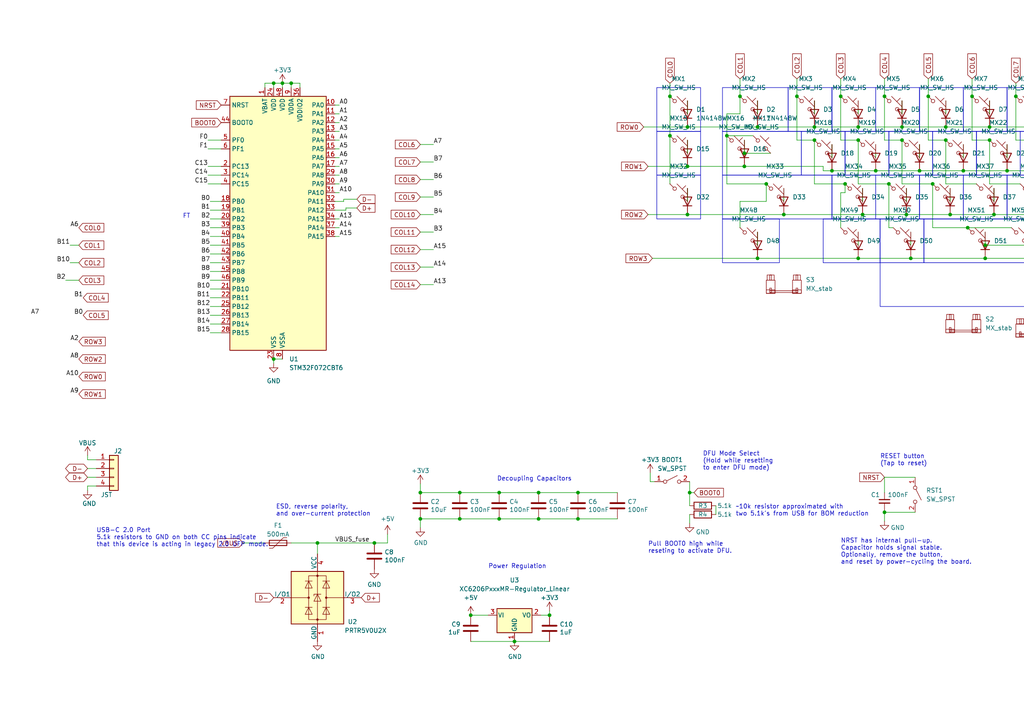
<source format=kicad_sch>
(kicad_sch (version 20231120) (generator "eeschema") (generator_version "8.0")
  (paper "A4")
  (junction (at 397.51 40.64))
  (junction (at 312.42 36.83))
  (junction (at 262.89 62.23))
  (junction (at 307.34 27.94))
  (junction (at 199.39 48.26))
  (junction (at 287.02 40.64))
  (junction (at 375.92 45.72))
  (junction (at 274.32 40.64))
  (junction (at 200.025 142.875))
  (junction (at 274.32 36.83))
  (junction (at 300.99 62.23))
  (junction (at 285.75 71.12))
  (junction (at 326.39 62.23))
  (junction (at 345.44 53.34))
  (junction (at 81.915 24.13))
  (junction (at 299.72 40.64))
  (junction (at 280.67 66.04))
  (junction (at 248.92 74.93))
  (junction (at 241.3 49.53))
  (junction (at 256.54 27.94))
  (junction (at 210.82 39.37))
  (junction (at 294.64 27.94))
  (junction (at 269.24 27.94))
  (junction (at 397.51 53.34))
  (junction (at 325.12 40.64))
  (junction (at 373.38 27.94))
  (junction (at 248.92 40.64))
  (junction (at 159.385 178.435))
  (junction (at 359.41 53.34))
  (junction (at 337.82 74.93))
  (junction (at 261.62 36.83))
  (junction (at 332.74 27.94))
  (junction (at 79.375 24.13))
  (junction (at 342.9 49.53))
  (junction (at 325.12 36.83))
  (junction (at 304.8 49.53))
  (junction (at 245.11 53.34))
  (junction (at 156.21 150.495))
  (junction (at 378.46 33.02))
  (junction (at 337.82 36.83))
  (junction (at 222.25 53.34))
  (junction (at 288.29 62.23))
  (junction (at 330.2 49.53))
  (junction (at 136.525 178.435))
  (junction (at 355.6 49.53))
  (junction (at 248.92 36.83))
  (junction (at 156.21 142.875))
  (junction (at 236.22 40.64))
  (junction (at 350.52 40.64))
  (junction (at 299.72 36.83))
  (junction (at 121.92 150.495))
  (junction (at 317.5 49.53))
  (junction (at 367.03 49.53))
  (junction (at 345.44 27.94))
  (junction (at 264.16 74.93))
  (junction (at 149.225 186.055) (diameter 0.9144))
  (junction (at 194.31 27.94))
  (junction (at 373.38 40.64))
  (junction (at 256.54 148.59))
  (junction (at 121.92 142.875))
  (junction (at 79.375 104.14))
  (junction (at 250.19 62.23))
  (junction (at 285.75 74.93))
  (junction (at 219.71 74.93))
  (junction (at 215.9 48.26))
  (junction (at 378.46 62.23))
  (junction (at 381 74.93))
  (junction (at 320.04 27.94))
  (junction (at 219.71 36.83))
  (junction (at 144.78 150.495))
  (junction (at 133.35 150.495))
  (junction (at 292.1 49.53))
  (junction (at 167.64 150.495))
  (junction (at 364.49 62.23))
  (junction (at 167.64 142.875))
  (junction (at 312.42 40.64))
  (junction (at 378.46 58.42))
  (junction (at 281.94 27.94))
  (junction (at 375.92 49.53))
  (junction (at 358.14 27.94))
  (junction (at 351.79 62.23))
  (junction (at 199.39 36.83))
  (junction (at 316.23 74.93))
  (junction (at 215.9 44.45))
  (junction (at 231.14 27.94))
  (junction (at 92.075 157.48))
  (junction (at 363.22 36.83))
  (junction (at 373.38 53.34))
  (junction (at 144.78 142.875))
  (junction (at 266.7 49.53))
  (junction (at 350.52 36.83))
  (junction (at 308.61 53.34))
  (junction (at 313.69 62.23))
  (junction (at 108.585 157.48))
  (junction (at 214.63 27.94))
  (junction (at 350.52 74.93))
  (junction (at 199.39 62.23))
  (junction (at 337.82 40.64))
  (junction (at 370.84 40.64))
  (junction (at 236.22 36.83))
  (junction (at 339.09 62.23))
  (junction (at 332.74 53.34))
  (junction (at 257.81 53.34))
  (junction (at 261.62 40.64))
  (junction (at 243.84 27.94))
  (junction (at 227.33 62.23))
  (junction (at 279.4 49.53))
  (junction (at 194.31 39.37))
  (junction (at 270.51 53.34))
  (junction (at 287.02 36.83))
  (junction (at 364.49 58.42))
  (junction (at 275.59 62.23))
  (junction (at 254 49.53))
  (junction (at 133.35 142.875))
  (junction (at 84.455 24.13))
  (no_connect (at 298.45 33.02))
  (wire (pts (xy 219.71 67.31) (xy 219.71 71.12)))
  (wire (pts (xy 307.34 24.13) (xy 307.34 27.94)))
  (wire (pts (xy 281.94 27.94) (xy 281.94 40.64)))
  (wire (pts (xy 325.12 36.83) (xy 337.82 36.83)))
  (wire (pts (xy 300.99 62.23) (xy 313.69 62.23)))
  (wire (pts (xy 25.4 140.97) (xy 27.94 140.97)))
  (wire (pts (xy 261.62 53.34) (xy 270.51 53.34)))
  (wire (pts (xy 332.74 40.64) (xy 337.82 40.64)))
  (wire (pts (xy 248.92 29.21) (xy 248.92 33.02)))
  (wire (pts (xy 292.1 41.91) (xy 292.1 45.72)))
  (wire (pts (xy 248.92 74.93) (xy 264.16 74.93)))
  (wire (pts (xy 167.64 150.495) (xy 179.07 150.495)))
  (wire (pts (xy 351.79 62.23) (xy 364.49 62.23)))
  (wire (pts (xy 186.69 36.83) (xy 199.39 36.83)))
  (wire (pts (xy 307.34 40.64) (xy 312.42 40.64)))
  (wire (pts (xy 219.71 36.83) (xy 236.22 36.83)))
  (wire (pts (xy 397.51 53.34) (xy 397.51 66.04)))
  (wire (pts (xy 381 74.93) (xy 402.59 74.93)))
  (wire (pts (xy 60.96 76.2) (xy 64.135 76.2)))
  (wire (pts (xy 125.73 62.23) (xy 121.92 62.23)))
  (wire (pts (xy 317.5 49.53) (xy 330.2 49.53)))
  (wire (pts (xy 231.14 22.86) (xy 231.14 27.94)))
  (wire (pts (xy 345.44 22.86) (xy 345.44 27.94)))
  (wire (pts (xy 19.05 81.28) (xy 22.86 81.28)))
  (wire (pts (xy 261.62 40.64) (xy 261.62 53.34)))
  (wire (pts (xy 98.425 40.64) (xy 97.155 40.64)))
  (wire (pts (xy 330.2 41.91) (xy 330.2 45.72)))
  (wire (pts (xy 270.51 53.34) (xy 270.51 66.04)))
  (wire (pts (xy 299.72 40.64) (xy 294.64 40.64)))
  (wire (pts (xy 210.82 53.34) (xy 222.25 53.34)))
  (wire (pts (xy 381 67.31) (xy 381 71.12)))
  (wire (pts (xy 245.11 53.34) (xy 245.11 55.88)))
  (wire (pts (xy 274.32 29.21) (xy 274.32 33.02)))
  (wire (pts (xy 250.19 54.61) (xy 250.19 58.42)))
  (wire (pts (xy 125.73 82.55) (xy 121.92 82.55)))
  (wire (pts (xy 60.96 60.96) (xy 64.135 60.96)))
  (wire (pts (xy 236.22 29.21) (xy 236.22 33.02)))
  (wire (pts (xy 86.995 24.13) (xy 86.995 25.4)))
  (wire (pts (xy 210.82 33.02) (xy 210.82 39.37)))
  (wire (pts (xy 199.39 36.83) (xy 219.71 36.83)))
  (wire (pts (xy 98.425 53.34) (xy 97.155 53.34)))
  (wire (pts (xy 25.4 132.08) (xy 25.4 133.35)))
  (wire (pts (xy 363.22 36.83) (xy 378.46 36.83)))
  (wire (pts (xy 236.22 36.83) (xy 248.92 36.83)))
  (wire (pts (xy 199.39 40.64) (xy 199.39 44.45)))
  (wire (pts (xy 144.78 150.495) (xy 133.35 150.495)))
  (wire (pts (xy 98.425 48.26) (xy 97.155 48.26)))
  (wire (pts (xy 189.865 139.7) (xy 188.595 139.7)))
  (wire (pts (xy 332.74 66.04) (xy 332.74 53.34)))
  (wire (pts (xy 269.24 40.64) (xy 269.24 27.94)))
  (wire (pts (xy 373.38 40.64) (xy 379.73 40.64)))
  (wire (pts (xy 199.39 54.61) (xy 199.39 58.42)))
  (wire (pts (xy 214.63 27.94) (xy 214.63 33.02)))
  (wire (pts (xy 355.6 49.53) (xy 367.03 49.53)))
  (wire (pts (xy 325.12 53.34) (xy 332.74 53.34)))
  (wire (pts (xy 84.455 24.13) (xy 84.455 25.4)))
  (wire (pts (xy 378.46 29.21) (xy 378.46 33.02)))
  (wire (pts (xy 254 41.91) (xy 254 45.72)))
  (wire (pts (xy 294.64 40.64) (xy 294.64 27.94)))
  (wire (pts (xy 402.59 41.91) (xy 402.59 45.72)))
  (wire (pts (xy 358.14 21.59) (xy 358.14 27.94)))
  (wire (pts (xy 312.42 36.83) (xy 325.12 36.83)))
  (wire (pts (xy 98.425 35.56) (xy 97.155 35.56)))
  (wire (pts (xy 215.9 48.26) (xy 238.76 48.26)))
  (wire (pts (xy 144.78 142.875) (xy 133.35 142.875)))
  (wire (pts (xy 60.96 63.5) (xy 64.135 63.5)))
  (wire (pts (xy 274.32 53.34) (xy 274.32 40.64)))
  (wire (pts (xy 214.63 22.86) (xy 214.63 27.94)))
  (wire (pts (xy 84.455 24.13) (xy 86.995 24.13)))
  (wire (pts (xy 200.025 142.875) (xy 201.295 142.875)))
  (wire (pts (xy 279.4 49.53) (xy 292.1 49.53)))
  (wire (pts (xy 60.96 78.74) (xy 64.135 78.74)))
  (wire (pts (xy 245.11 55.88) (xy 243.84 55.88)))
  (wire (pts (xy 79.375 24.13) (xy 79.375 25.4)))
  (wire (pts (xy 337.82 36.83) (xy 350.52 36.83)))
  (wire (pts (xy 308.61 53.34) (xy 299.72 53.34)))
  (wire (pts (xy 189.23 74.93) (xy 219.71 74.93)))
  (wire (pts (xy 299.72 53.34) (xy 299.72 40.64)))
  (wire (pts (xy 236.22 40.64) (xy 236.22 53.34)))
  (wire (pts (xy 149.225 186.055) (xy 159.385 186.055)))
  (wire (pts (xy 337.82 53.34) (xy 345.44 53.34)))
  (wire (pts (xy 60.96 93.98) (xy 64.135 93.98)))
  (wire (pts (xy 79.375 105.41) (xy 79.375 104.14)))
  (wire (pts (xy 292.1 49.53) (xy 304.8 49.53)))
  (wire (pts (xy 294.64 24.13) (xy 294.64 27.94)))
  (wire (pts (xy 25.4 135.89) (xy 27.94 135.89)))
  (wire (pts (xy 378.46 62.23) (xy 402.59 62.23)))
  (wire (pts (xy 60.96 83.82) (xy 64.135 83.82)))
  (wire (pts (xy 313.69 54.61) (xy 313.69 58.42)))
  (wire (pts (xy 199.39 48.26) (xy 215.9 48.26)))
  (wire (pts (xy 219.71 74.93) (xy 248.92 74.93)))
  (wire (pts (xy 98.425 38.1) (xy 97.155 38.1)))
  (wire (pts (xy 194.31 39.37) (xy 194.31 53.34)))
  (wire (pts (xy 312.42 53.34) (xy 321.31 53.34)))
  (wire (pts (xy 256.54 151.13) (xy 256.54 148.59)))
  (wire (pts (xy 262.89 62.23) (xy 275.59 62.23)))
  (wire (pts (xy 241.3 41.91) (xy 241.3 45.72)))
  (wire (pts (xy 60.96 73.66) (xy 64.135 73.66)))
  (wire (pts (xy 136.525 178.435) (xy 141.605 178.435)))
  (wire (pts (xy 207.645 146.685) (xy 207.645 149.225)))
  (wire (pts (xy 345.44 40.64) (xy 350.52 40.64)))
  (wire (pts (xy 214.63 33.02) (xy 210.82 33.02)))
  (wire (pts (xy 350.52 29.21) (xy 350.52 33.02)))
  (wire (pts (xy 156.21 142.875) (xy 167.64 142.875)))
  (wire (pts (xy 98.425 63.5) (xy 97.155 63.5)))
  (wire (pts (xy 266.7 49.53) (xy 279.4 49.53)))
  (wire (pts (xy 25.4 138.43) (xy 27.94 138.43)))
  (wire (pts (xy 60.96 71.12) (xy 64.135 71.12)))
  (wire (pts (xy 316.23 74.93) (xy 337.82 74.93)))
  (wire (pts (xy 125.73 77.47) (xy 121.92 77.47)))
  (wire (pts (xy 397.51 40.64) (xy 397.51 53.34)))
  (wire (pts (xy 243.84 22.86) (xy 243.84 27.94)))
  (wire (pts (xy 358.14 40.64) (xy 361.95 40.64)))
  (wire (pts (xy 108.585 157.48) (xy 112.395 157.48)))
  (wire (pts (xy 299.72 29.21) (xy 299.72 33.02)))
  (wire (pts (xy 386.08 58.42) (xy 378.46 58.42)))
  (wire (pts (xy 188.595 139.7) (xy 188.595 137.16)))
  (wire (pts (xy 222.25 58.42) (xy 214.63 58.42)))
  (wire (pts (xy 20.32 76.2) (xy 22.86 76.2)))
  (wire (pts (xy 100.33 60.325) (xy 100.33 60.96)))
  (wire (pts (xy 60.96 66.04) (xy 64.135 66.04)))
  (wire (pts (xy 187.96 62.23) (xy 199.39 62.23)))
  (wire (pts (xy 76.835 24.13) (xy 76.835 25.4)))
  (wire (pts (xy 364.49 54.61) (xy 364.49 58.42)))
  (wire (pts (xy 375.92 49.53) (xy 402.59 49.53)))
  (wire (pts (xy 187.96 48.26) (xy 199.39 48.26)))
  (wire (pts (xy 326.39 62.23) (xy 339.09 62.23)))
  (wire (pts (xy 248.92 53.34) (xy 248.92 40.64)))
  (wire (pts (xy 378.46 54.61) (xy 378.46 58.42)))
  (wire (pts (xy 248.92 67.31) (xy 248.92 71.12)))
  (wire (pts (xy 257.81 53.34) (xy 248.92 53.34)))
  (wire (pts (xy 287.02 53.34) (xy 295.91 53.34)))
  (wire (pts (xy 125.73 72.39) (xy 121.92 72.39)))
  (wire (pts (xy 20.32 71.12) (xy 22.86 71.12)))
  (wire (pts (xy 98.425 43.18) (xy 97.155 43.18)))
  (wire (pts (xy 60.96 91.44) (xy 64.135 91.44)))
  (wire (pts (xy 370.84 53.34) (xy 373.38 53.34)))
  (wire (pts (xy 337.82 40.64) (xy 337.82 53.34)))
  (wire (pts (xy 25.4 133.35) (xy 27.94 133.35)))
  (wire (pts (xy 214.63 58.42) (xy 214.63 66.04)))
  (wire (pts (xy 285.75 74.93) (xy 316.23 74.93)))
  (wire (pts (xy 367.03 41.91) (xy 367.03 45.72)))
  (wire (pts (xy 256.54 138.43) (xy 265.43 138.43)))
  (wire (pts (xy 293.37 66.04) (xy 280.67 66.04)))
  (wire (pts (xy 374.65 20.32) (xy 373.38 20.32)))
  (wire (pts (xy 231.14 40.64) (xy 236.22 40.64)))
  (wire (pts (xy 156.845 178.435) (xy 159.385 178.435)))
  (wire (pts (xy 144.78 142.875) (xy 156.21 142.875)))
  (wire (pts (xy 350.52 74.93) (xy 381 74.93)))
  (wire (pts (xy 98.425 45.72) (xy 97.155 45.72)))
  (wire (pts (xy 325.12 53.34) (xy 325.12 40.64)))
  (wire (pts (xy 215.9 40.64) (xy 215.9 44.45)))
  (wire (pts (xy 200.025 139.7) (xy 200.025 142.875)))
  (wire (pts (xy 84.455 24.13) (xy 81.915 24.13)))
  (wire (pts (xy 238.76 48.26) (xy 238.76 49.53)))
  (wire (pts (xy 60.96 58.42) (xy 64.135 58.42)))
  (wire (pts (xy 256.54 138.43) (xy 256.54 142.875)))
  (wire (pts (xy 364.49 53.34) (xy 359.41 53.34)))
  (wire (pts (xy 98.425 55.88) (xy 97.155 55.88)))
  (wire (pts (xy 60.96 86.36) (xy 64.135 86.36)))
  (wire (pts (xy 218.44 39.37) (xy 210.82 39.37)))
  (wire (pts (xy 279.4 41.91) (xy 279.4 45.72)))
  (wire (pts (xy 227.33 54.61) (xy 227.33 58.42)))
  (wire (pts (xy 373.38 27.94) (xy 373.38 40.64)))
  (wire (pts (xy 70.485 157.48) (xy 76.835 157.48)))
  (wire (pts (xy 308.61 66.04) (xy 308.61 53.34)))
  (wire (pts (xy 364.49 62.23) (xy 378.46 62.23)))
  (wire (pts (xy 243.84 40.64) (xy 243.84 27.94)))
  (wire (pts (xy 339.09 54.61) (xy 339.09 58.42)))
  (wire (pts (xy 325.12 40.64) (xy 320.04 40.64)))
  (wire (pts (xy 257.81 66.04) (xy 257.81 53.34)))
  (wire (pts (xy 299.72 36.83) (xy 312.42 36.83)))
  (wire (pts (xy 100.33 60.96) (xy 97.155 60.96)))
  (wire (pts (xy 275.59 54.61) (xy 275.59 58.42)))
  (wire (pts (xy 363.22 29.21) (xy 363.22 33.02)))
  (wire (pts (xy 384.81 45.72) (xy 375.92 45.72)))
  (wire (pts (xy 121.92 153.035) (xy 121.92 150.495)))
  (wire (pts (xy 248.92 36.83) (xy 261.62 36.83)))
  (wire (pts (xy 384.81 33.02) (xy 378.46 33.02)))
  (wire (pts (xy 320.04 24.13) (xy 320.04 27.94)))
  (wire (pts (xy 238.76 49.53) (xy 241.3 49.53)))
  (wire (pts (xy 256.54 27.94) (xy 256.54 40.64)))
  (wire (pts (xy 60.325 48.26) (xy 64.135 48.26)))
  (wire (pts (xy 219.71 29.21) (xy 219.71 33.02)))
  (wire (pts (xy 60.325 50.8) (xy 64.135 50.8)))
  (wire (pts (xy 369.57 58.42) (xy 364.49 58.42)))
  (wire (pts (xy 350.52 36.83) (xy 363.22 36.83)))
  (wire (pts (xy 84.455 157.48) (xy 92.075 157.48)))
  (wire (pts (xy 79.375 104.14) (xy 81.915 104.14)))
  (wire (pts (xy 167.64 142.875) (xy 179.07 142.875)))
  (wire (pts (xy 250.19 62.23) (xy 262.89 62.23)))
  (wire (pts (xy 121.92 140.335) (xy 121.92 142.875)))
  (wire (pts (xy 274.32 36.83) (xy 287.02 36.83)))
  (wire (pts (xy 287.02 40.64) (xy 287.02 53.34)))
  (wire (pts (xy 60.96 96.52) (xy 64.135 96.52)))
  (wire (pts (xy 194.31 24.13) (xy 194.31 27.94)))
  (wire (pts (xy 345.44 53.34) (xy 346.71 53.34)))
  (wire (pts (xy 285.75 67.31) (xy 285.75 71.12)))
  (wire (pts (xy 373.38 66.04) (xy 375.92 66.04)))
  (wire (pts (xy 256.54 148.59) (xy 256.54 147.955)))
  (wire (pts (xy 270.51 66.04) (xy 280.67 66.04)))
  (wire (pts (xy 79.375 24.13) (xy 81.915 24.13)))
  (wire (pts (xy 256.54 148.59) (xy 265.43 148.59)))
  (wire (pts (xy 274.32 40.64) (xy 269.24 40.64)))
  (wire (pts (xy 316.23 67.31) (xy 316.23 71.12)))
  (wire (pts (xy 227.33 62.23) (xy 250.19 62.23)))
  (wire (pts (xy 200.025 149.225) (xy 200.025 151.765)))
  (wire (pts (xy 264.16 67.31) (xy 264.16 71.12)))
  (wire (pts (xy 60.325 40.64) (xy 64.135 40.64)))
  (wire (pts (xy 317.5 41.91) (xy 317.5 45.72)))
  (wire (pts (xy 287.02 36.83) (xy 299.72 36.83)))
  (wire (pts (xy 194.31 27.94) (xy 194.31 39.37)))
  (wire (pts (xy 304.8 41.91) (xy 304.8 45.72)))
  (wire (pts (xy 345.44 27.94) (xy 345.44 40.64)))
  (wire (pts (xy 298.45 71.12) (xy 285.75 71.12)))
  (wire (pts (xy 60.96 88.9) (xy 64.135 88.9)))
  (wire (pts (xy 222.25 53.34) (xy 222.25 58.42)))
  (wire (pts (xy 337.82 29.21) (xy 337.82 33.02)))
  (wire (pts (xy 231.14 27.94) (xy 231.14 40.64)))
  (wire (pts (xy 60.96 81.28) (xy 64.135 81.28)))
  (wire (pts (xy 125.73 52.07) (xy 121.92 52.07)))
  (wire (pts (xy 337.82 74.93) (xy 350.52 74.93)))
  (wire (pts (xy 261.62 29.21) (xy 261.62 33.02)))
  (wire (pts (xy 112.395 154.94) (xy 112.395 157.48)))
  (wire (pts (xy 402.59 67.31) (xy 402.59 71.12)))
  (wire (pts (xy 76.835 24.13) (xy 79.375 24.13)))
  (wire (pts (xy 330.2 49.53) (xy 342.9 49.53)))
  (wire (pts (xy 125.73 67.31) (xy 121.92 67.31)))
  (wire (pts (xy 337.82 67.31) (xy 337.82 71.12)))
  (wire (pts (xy 60.96 68.58) (xy 64.135 68.58)))
  (wire (pts (xy 200.025 142.875) (xy 200.025 146.685)))
  (wire (pts (xy 397.51 21.59) (xy 397.51 40.64)))
  (wire (pts (xy 248.92 40.64) (xy 243.84 40.64)))
  (wire (pts (xy 25.4 142.24) (xy 25.4 140.97)))
  (wire (pts (xy 256.54 40.64) (xy 261.62 40.64)))
  (wire (pts (xy 304.8 49.53) (xy 317.5 49.53)))
  (wire (pts (xy 350.52 53.34) (xy 350.52 40.64)))
  (wire (pts (xy 99.695 57.785) (xy 99.695 58.42)))
  (wire (pts (xy 281.94 40.64) (xy 287.02 40.64)))
  (wire (pts (xy 326.39 54.61) (xy 326.39 58.42)))
  (wire (pts (xy 103.505 60.325) (xy 100.33 60.325)))
  (wire (pts (xy 307.34 27.94) (xy 307.34 40.64)))
  (wire (pts (xy 259.08 66.04) (xy 257.81 66.04)))
  (wire (pts (xy 236.22 53.34) (xy 245.11 53.34)))
  (wire (pts (xy 266.7 41.91) (xy 266.7 45.72)))
  (wire (pts (xy 373.38 20.32) (xy 373.38 27.94)))
  (wire (pts (xy 98.425 50.8) (xy 97.155 50.8)))
  (wire (pts (xy 243.84 55.88) (xy 243.84 66.04)))
  (wire (pts (xy 345.44 53.34) (xy 345.44 66.04)))
  (wire (pts (xy 223.52 44.45) (xy 215.9 44.45)))
  (wire (pts (xy 98.425 33.02) (xy 97.155 33.02)))
  (wire (pts (xy 98.425 66.04) (xy 97.155 66.04)))
  (wire (pts (xy 367.03 49.53) (xy 375.92 49.53)))
  (wire (pts (xy 210.82 39.37) (xy 210.82 53.34)))
  (wire (pts (xy 381 53.34) (xy 373.38 53.34)))
  (wire (pts (xy 133.35 150.495) (xy 121.92 150.495)))
  (wire (pts (xy 332.74 53.34) (xy 334.01 53.34)))
  (wire (pts (xy 159.385 177.165) (xy 159.385 178.435)))
  (wire (pts (xy 373.38 53.34) (xy 373.38 66.04)))
  (wire (pts (xy 288.29 54.61) (xy 288.29 58.42)))
  (wire (pts (xy 199.39 29.21) (xy 199.39 33.02)))
  (wire (pts (xy 342.9 41.91) (xy 342.9 45.72)))
  (wire (pts (xy 339.09 62.23) (xy 351.79 62.23)))
  (wire (pts (xy 313.69 62.23) (xy 326.39 62.23)))
  (wire (pts (xy 312.42 40.64) (xy 312.42 53.34)))
  (wire (pts (xy 99.695 58.42) (xy 97.155 58.42)))
  (wire (pts (xy 351.79 54.61) (xy 351.79 58.42)))
  (wire (pts (xy 92.075 157.48) (xy 92.075 160.655)))
  (wire (pts (xy 402.59 54.61) (xy 402.59 58.42)))
  (wire (pts (xy 60.325 43.18) (xy 64.135 43.18)))
  (wire (pts (xy 355.6 41.91) (xy 355.6 45.72)))
  (wire (pts (xy 287.02 29.21) (xy 287.02 33.02)))
  (wire (pts (xy 125.73 57.15) (xy 121.92 57.15)))
  (wire (pts (xy 103.505 57.785) (xy 99.695 57.785)))
  (wire (pts (xy 254 49.53) (xy 266.7 49.53)))
  (wire (pts (xy 283.21 53.34) (xy 274.32 53.34)))
  (wire (pts (xy 149.225 186.055) (xy 136.525 186.055)))
  (wire (pts (xy 256.54 22.86) (xy 256.54 27.94)))
  (wire (pts (xy 374.65 27.94) (xy 379.73 27.94)))
  (wire (pts (xy 261.62 36.83) (xy 274.32 36.83)))
  (wire (pts (xy 281.94 22.86) (xy 281.94 27.94)))
  (wire (pts (xy 374.65 20.32) (xy 374.65 27.94)))
  (wire (pts (xy 350.52 67.31) (xy 350.52 71.12)))
  (wire (pts (xy 358.14 27.94) (xy 358.14 40.64)))
  (wire (pts (xy 92.075 157.48) (xy 108.585 157.48)))
  (wire (pts (xy 199.39 62.23) (xy 227.33 62.23)))
  (wire (pts (xy 98.425 30.48) (xy 97.155 30.48)))
  (wire (pts (xy 312.42 29.21) (xy 312.42 33.02)))
  (wire (pts (xy 325.12 29.21) (xy 325.12 33.02)))
  (wire (pts (xy 98.425 68.58) (xy 97.155 68.58)))
  (wire (pts (xy 81.915 24.13) (xy 81.915 25.4)))
  (wire (pts (xy 264.16 74.93) (xy 285.75 74.93)))
  (wire (pts (xy 133.35 142.875) (xy 121.92 142.875)))
  (wire (pts (xy 275.59 62.23) (xy 288.29 62.23)))
  (wire (pts (xy 332.74 27.94) (xy 332.74 40.64)))
  (wire (pts (xy 375.92 41.91) (xy 375.92 45.72)))
  (wire (pts (xy 125.73 46.99) (xy 121.92 46.99)))
  (wire (pts (xy 144.78 150.495) (xy 156.21 150.495)))
  (wire (pts (xy 332.74 22.86) (xy 332.74 27.94)))
  (wire (pts (xy 288.29 62.23) (xy 300.99 62.23)))
  (wire (pts (xy 320.04 27.94) (xy 320.04 40.64)))
  (wire (pts (xy 300.99 54.61) (xy 300.99 58.42)))
  (wire (pts (xy 359.41 53.34) (xy 350.52 53.34)))
  (wire (pts (xy 370.84 40.64) (xy 373.38 40.64)))
  (wire (pts (xy 125.73 41.91) (xy 121.92 41.91)))
  (wire (pts (xy 156.21 150.495) (xy 167.64 150.495)))
  (wire (pts (xy 241.3 49.53) (xy 254 49.53)))
  (wire (pts (xy 311.15 66.04) (xy 308.61 66.04)))
  (wire (pts (xy 370.84 40.64) (xy 370.84 53.34)))
  (wire (pts (xy 269.24 22.86) (xy 269.24 27.94)))
  (wire (pts (xy 60.325 53.34) (xy 64.135 53.34)))
  (wire (pts (xy 342.9 49.53) (xy 355.6 49.53)))
  (wire (pts (xy 262.89 54.61) (xy 262.89 58.42)))
  (rectangle (start 308.61 38.1) (end 321.31 50.8))
  (rectangle (start 359.41 38.1) (end 387.35 50.8))
  (rectangle (start 241.3 25.4) (end 254 38.1))
  (rectangle (start 342.9 50.8) (end 355.6 63.5))
  (rectangle (start 241.3 50.8) (end 254 63.5))
  (rectangle (start 209.55 25.4) (end 228.6 38.1))
  (rectangle (start 355.6 50.8) (end 368.3 63.5))
  (rectangle (start 292.1 25.4) (end 304.8 38.1))
  (rectangle (start 368.3 25.4) (end 387.35 38.1))
  (rectangle (start 411.48 50.8) (end 430.53 63.5))
  (rectangle (start 342.9 25.4) (end 355.6 38.1))
  (rectangle (start 266.7 25.4) (end 279.4 38.1))
  (rectangle (start 209.55 50.8) (end 241.3 63.5))
  (rectangle (start 370.84 63.5) (end 387.35 76.2))
  (rectangle (start 238.76 63.5) (end 255.27 76.2))
  (rectangle (start 283.21 38.1) (end 295.91 50.8))
  (rectangle (start 190.5 38.1) (end 203.2 50.8))
  (rectangle (start 255.27 76.2) (end 341.63 88.9))
  (rectangle (start 330.2 50.8) (end 342.9 63.5))
  (rectangle (start 317.5 25.4) (end 330.2 38.1))
  (rectangle (start 330.2 25.4) (end 342.9 38.1))
  (rectangle (start 393.7 50.8) (end 406.4 63.5))
  (rectangle (start 254 50.8) (end 266.7 63.5))
  (rectangle (start 209.55 63.5) (end 226.06 76.2))
  (rectangle (start 270.51 38.1) (end 283.21 50.8))
  (rectangle (start 279.4 50.8) (end 292.1 63.5))
  (rectangle (start 292.1 50.8) (end 304.8 63.5))
  (rectangle (start 190.5 50.8) (end 203.2 63.5))
  (rectangle (start 368.3 50.8) (end 387.35 63.5))
  (rectangle (start 334.01 38.1) (end 346.71 50.8))
  (rectangle (start 254 25.4) (end 266.7 38.1))
  (rectangle (start 299.72 63.5) (end 328.93 76.2))
  (rectangle (start 295.91 38.1) (end 308.61 50.8))
  (rectangle (start 279.4 25.4) (end 292.1 38.1))
  (rectangle (start 346.71 38.1) (end 359.41 50.8))
  (rectangle (start 257.81 38.1) (end 270.51 50.8))
  (rectangle (start 304.8 25.4) (end 317.5 38.1))
  (rectangle (start 355.6 50.8) (end 368.3 63.5))
  (rectangle (start 228.6 25.4) (end 241.3 38.1))
  (rectangle (start 393.7 63.5) (end 406.4 76.2))
  (rectangle (start 267.97 63.5) (end 299.72 76.2))
  (rectangle (start 355.6 25.4) (end 368.3 38.1))
  (rectangle (start 266.7 50.8) (end 279.4 63.5))
  (rectangle (start 255.27 63.5) (end 267.97 76.2))
  (rectangle (start 245.11 38.1) (end 257.81 50.8))
  (rectangle (start 190.5 25.4) (end 203.2 38.1))
  (rectangle (start 232.41 38.1) (end 245.11 50.8))
  (rectangle (start 317.5 50.8) (end 330.2 63.5))
  (rectangle (start 393.7 38.1) (end 406.4 50.8))
  (rectangle (start 209.55 38.1) (end 232.41 50.8))
  (rectangle (start 304.8 50.8) (end 317.5 63.5))
  (rectangle (start 359.41 38.1) (end 372.11 50.8))
  (rectangle (start 328.93 63.5) (end 341.63 76.2))
  (rectangle (start 341.63 63.5) (end 358.14 76.2))
  (rectangle (start 321.31 38.1) (end 334.01 50.8))
  (rectangle (start 430.53 50.8) (end 443.23 63.5))
  (text "NRST has internal pull-up.\nCapacitor holds signal stable.\nOptionally, remove the button,\nand reset by power-cycling the board." (at 243.84 163.83 0) (effects (font (size 1.27 1.27)) (justify left bottom)))
  (text "Decoupling Capacitors" (at 144.145 139.7 0) (effects (font (size 1.27 1.27)) (justify left bottom)))
  (text "~10k resistor approximated with\ntwo 5.1k's from USB for BOM reduction" (at 213.36 149.86 0) (effects (font (size 1.27 1.27)) (justify left bottom)))
  (text "USB-C 2.0 Port\n5.1k resistors to GND on both CC pins indicate\nthat this device is acting in legacy 2.0 UFP mode." (at 27.94 158.75 0) (effects (font (size 1.27 1.27)) (justify left bottom)))
  (text "DFU Mode Select\n(Hold while resetting\nto enter DFU mode)" (at 203.835 136.525 0) (effects (font (size 1.27 1.27)) (justify left bottom)))
  (text "RESET button\n(Tap to reset)" (at 255.27 135.255 0) (effects (font (size 1.27 1.27)) (justify left bottom)))
  (text "Pull BOOT0 high while \nreseting to activate DFU." (at 187.96 160.655 0) (effects (font (size 1.27 1.27)) (justify left bottom)))
  (text "Power Regulation" (at 141.605 165.1 0) (effects (font (size 1.27 1.27)) (justify left bottom)))
  (text "ESD, reverse polarity,\nand over-current protection" (at 80.01 149.86 0) (effects (font (size 1.27 1.27)) (justify left bottom)))
  (text "FT" (at 55.245 63.5 0) (effects (font (size 1.27 1.27)) (justify right bottom)))
  (label "A1" (at 98.425 33.02 0))
  (label "B5" (at 125.73 57.15 0))
  (label "A3" (at 98.425 38.1 0))
  (label "A13" (at 98.425 63.5 0))
  (label "B4" (at 125.73 62.23 0))
  (label "A10" (at 98.425 55.88 0))
  (label "B0" (at 24.13 91.44 180))
  (label "A2" (at 22.86 99.06 180))
  (label "B11" (at 20.32 71.12 180))
  (label "A10" (at 22.86 109.22 180))
  (label "B7" (at 60.96 76.2 180))
  (label "B13" (at 60.96 91.44 180))
  (label "A15" (at 125.73 72.39 0))
  (label "A8" (at 22.86 104.14 180))
  (label "A6" (at 98.425 45.72 0))
  (label "B1" (at 60.96 60.96 180))
  (label "B9" (at 60.96 81.28 180))
  (label "B5" (at 60.96 71.12 180))
  (label "B14" (at 60.96 93.98 180))
  (label "A8" (at 98.425 50.8 0))
  (label "B0" (at 60.96 58.42 180))
  (label "A9" (at 98.425 53.34 0))
  (label "VBUS_fuse" (at 97.155 157.48 0))
  (label "A2" (at 98.425 35.56 0))
  (label "B8" (at 60.96 78.74 180))
  (label "A7" (at 11.43 91.44 180))
  (label "A4" (at 98.425 40.64 0))
  (label "B12" (at 60.96 88.9 180))
  (label "B4" (at 60.96 68.58 180))
  (label "C14" (at 60.325 50.8 180))
  (label "B6" (at 60.96 73.66 180))
  (label "B15" (at 60.96 96.52 180))
  (label "A14" (at 98.425 66.04 0))
  (label "A9" (at 22.86 114.3 180))
  (label "A14" (at 125.73 77.47 0))
  (label "B3" (at 125.73 67.31 0))
  (label "B10" (at 60.96 83.82 180))
  (label "B11" (at 60.96 86.36 180))
  (label "B10" (at 20.32 76.2 180))
  (label "B1" (at 24.13 86.36 180))
  (label "C15" (at 60.325 53.34 180))
  (label "B3" (at 60.96 66.04 180))
  (label "A0" (at 98.425 30.48 0))
  (label "B2" (at 60.96 63.5 180))
  (label "F1" (at 60.325 43.18 180))
  (label "A5" (at 98.425 43.18 0))
  (label "A7" (at 98.425 48.26 0))
  (label "B7" (at 125.73 46.99 0))
  (label "A7" (at 125.73 41.91 0))
  (label "C13" (at 60.325 48.26 180))
  (label "F0" (at 60.325 40.64 180))
  (label "A15" (at 98.425 68.58 0))
  (label "A13" (at 125.73 82.55 0))
  (label "A6" (at 22.86 66.04 180))
  (label "B2" (at 19.05 81.28 180))
  (label "B6" (at 125.73 52.07 0))
  (global_label "COL1" (shape input) (at 214.63 22.86 90) (property "Intersheetrefs" "${INTERSHEET_REFS}" (effects (hide yes))))
  (global_label "COL4" (shape input) (at 256.54 22.86 90) (property "Intersheetrefs" "${INTERSHEET_REFS}" (effects (hide yes))))
  (global_label "ROW2" (shape input) (at 22.86 104.14 0) (property "Intersheetrefs" "${INTERSHEET_REFS}" (effects (hide yes))))
  (global_label "COL13" (shape input) (at 121.92 77.47 180) (property "Intersheetrefs" "${INTERSHEET_REFS}" (effects (hide yes))))
  (global_label "D+" (shape bidirectional) (at 25.4 138.43 180) (property "Intersheetrefs" "${INTERSHEET_REFS}" (effects (hide yes))))
  (global_label "COL2" (shape input) (at 22.86 76.2 0) (property "Intersheetrefs" "${INTERSHEET_REFS}" (effects (hide yes))))
  (global_label "COL14" (shape input) (at 121.92 82.55 180) (property "Intersheetrefs" "${INTERSHEET_REFS}" (effects (hide yes))))
  (global_label "COL6" (shape input) (at 121.92 41.91 180) (property "Intersheetrefs" "${INTERSHEET_REFS}" (effects (hide yes))))
  (global_label "COL0" (shape input) (at 194.31 24.13 90) (property "Intersheetrefs" "${INTERSHEET_REFS}" (effects (hide yes))))
  (global_label "COL3" (shape input) (at 22.86 81.28 0) (property "Intersheetrefs" "${INTERSHEET_REFS}" (effects (hide yes))))
  (global_label "ROW3" (shape input) (at 22.86 99.06 0) (property "Intersheetrefs" "${INTERSHEET_REFS}" (effects (hide yes))))
  (global_label "ROW3" (shape input) (at 189.23 74.93 180) (property "Intersheetrefs" "${INTERSHEET_REFS}" (effects (hide yes))))
  (global_label "ROW1" (shape input) (at 22.86 114.3 0) (property "Intersheetrefs" "${INTERSHEET_REFS}" (effects (hide yes))))
  (global_label "VBUS" (shape input) (at 70.485 157.48 180) (property "Intersheetrefs" "${INTERSHEET_REFS}" (effects (hide yes))))
  (global_label "COL10" (shape input) (at 332.74 22.86 90) (property "Intersheetrefs" "${INTERSHEET_REFS}" (effects (hide yes))))
  (global_label "D-" (shape input) (at 103.505 57.785 0) (property "Intersheetrefs" "${INTERSHEET_REFS}" (effects (hide yes))))
  (global_label "COL10" (shape input) (at 121.92 62.23 180) (property "Intersheetrefs" "${INTERSHEET_REFS}" (effects (hide yes))))
  (global_label "COL0" (shape input) (at 22.86 66.04 0) (property "Intersheetrefs" "${INTERSHEET_REFS}" (effects (hide yes))))
  (global_label "D-" (shape input) (at 79.375 173.355 180) (property "Intersheetrefs" "${INTERSHEET_REFS}" (effects (hide yes))))
  (global_label "BOOT0" (shape input) (at 64.135 35.56 180) (property "Intersheetrefs" "${INTERSHEET_REFS}" (effects (hide yes))))
  (global_label "COL11" (shape input) (at 345.44 22.86 90) (property "Intersheetrefs" "${INTERSHEET_REFS}" (effects (hide yes))))
  (global_label "D+" (shape input) (at 103.505 60.325 0) (property "Intersheetrefs" "${INTERSHEET_REFS}" (effects (hide yes))))
  (global_label "COL4" (shape input) (at 24.13 86.36 0) (property "Intersheetrefs" "${INTERSHEET_REFS}" (effects (hide yes))))
  (global_label "COL8" (shape input) (at 121.92 52.07 180) (property "Intersheetrefs" "${INTERSHEET_REFS}" (effects (hide yes))))
  (global_label "D+" (shape input) (at 104.775 173.355 0) (property "Intersheetrefs" "${INTERSHEET_REFS}" (effects (hide yes))))
  (global_label "COL2" (shape input) (at 231.14 22.86 90) (property "Intersheetrefs" "${INTERSHEET_REFS}" (effects (hide yes))))
  (global_label "ROW0" (shape input) (at 22.86 109.22 0) (property "Intersheetrefs" "${INTERSHEET_REFS}" (effects (hide yes))))
  (global_label "COL9" (shape input) (at 320.04 24.13 90) (property "Intersheetrefs" "${INTERSHEET_REFS}" (effects (hide yes))))
  (global_label "COL12" (shape input) (at 358.14 21.59 90) (property "Intersheetrefs" "${INTERSHEET_REFS}" (effects (hide yes))))
  (global_label "COL14" (shape input) (at 397.51 21.59 90) (property "Intersheetrefs" "${INTERSHEET_REFS}" (effects (hide yes))))
  (global_label "COL9" (shape input) (at 121.92 57.15 180) (property "Intersheetrefs" "${INTERSHEET_REFS}" (effects (hide yes))))
  (global_label "COL12" (shape input) (at 121.92 72.39 180) (property "Intersheetrefs" "${INTERSHEET_REFS}" (effects (hide yes))))
  (global_label "COL13" (shape input) (at 373.38 20.32 90) (property "Intersheetrefs" "${INTERSHEET_REFS}" (effects (hide yes))))
  (global_label "COL5" (shape input) (at 24.13 91.44 0) (property "Intersheetrefs" "${INTERSHEET_REFS}" (effects (hide yes))))
  (global_label "NRST" (shape input) (at 256.54 138.43 180) (property "Intersheetrefs" "${INTERSHEET_REFS}" (effects (hide yes))))
  (global_label "COL3" (shape input) (at 243.84 22.86 90) (property "Intersheetrefs" "${INTERSHEET_REFS}" (effects (hide yes))))
  (global_label "NRST" (shape input) (at 64.135 30.48 180) (property "Intersheetrefs" "${INTERSHEET_REFS}" (effects (hide yes))))
  (global_label "BOOT0" (shape input) (at 201.295 142.875 0) (property "Intersheetrefs" "${INTERSHEET_REFS}" (effects (hide yes))))
  (global_label "D-" (shape bidirectional) (at 25.4 135.89 180) (property "Intersheetrefs" "${INTERSHEET_REFS}" (effects (hide yes))))
  (global_label "COL5" (shape input) (at 269.24 22.86 90) (property "Intersheetrefs" "${INTERSHEET_REFS}" (effects (hide yes))))
  (global_label "COL6" (shape input) (at 281.94 22.86 90) (property "Intersheetrefs" "${INTERSHEET_REFS}" (effects (hide yes))))
  (global_label "ROW1" (shape input) (at 187.96 48.26 180) (property "Intersheetrefs" "${INTERSHEET_REFS}" (effects (hide yes))))
  (global_label "COL8" (shape input) (at 307.34 24.13 90) (property "Intersheetrefs" "${INTERSHEET_REFS}" (effects (hide yes))))
  (global_label "COL7" (shape input) (at 121.92 46.99 180) (property "Intersheetrefs" "${INTERSHEET_REFS}" (effects (hide yes))))
  (global_label "COL11" (shape input) (at 121.92 67.31 180) (property "Intersheetrefs" "${INTERSHEET_REFS}" (effects (hide yes))))
  (global_label "ROW2" (shape input) (at 187.96 62.23 180) (property "Intersheetrefs" "${INTERSHEET_REFS}" (effects (hide yes))))
  (global_label "COL7" (shape input) (at 294.64 24.13 90) (property "Intersheetrefs" "${INTERSHEET_REFS}" (effects (hide yes))))
  (global_label "COL1" (shape input) (at 22.86 71.12 0) (property "Intersheetrefs" "${INTERSHEET_REFS}" (effects (hide yes))))
  (global_label "ROW0" (shape input) (at 186.69 36.83 180) (property "Intersheetrefs" "${INTERSHEET_REFS}" (effects (hide yes))))
  (symbol (lib_id "PCM_marbastlib-mx:MX_SW_HS_CPG151101S11") (at 360.68 30.48 0) (unit 1)
    (property "Reference" "MX13" (at 360.68 22.86 0))
    (property "Value" "MX_SW_HS" (at 360.68 25.4 0))
    (property "Footprint" "PCM_marbastlib-mx:SW_MX_HS_CPG151101S11_1u" (effects (hide yes)))
    (property "Description" "Push button switch, normally open, two pins, 45° tilted, Kailh CPG151101S11 for Cherry MX style switches" (effects (hide yes)))
  )
  (symbol (lib_id "Diode:1N4148W") (at 279.4 45.72 90) (unit 1)
    (property "Reference" "D21" (at 281.94 44.4499 90) (effects (justify right)))
    (property "Value" "1N4148W" (effects (hide yes)))
    (property "Footprint" "Diode_SMD:D_SOD-123" (effects (hide yes)))
    (property "Datasheet" "https://www.vishay.com/docs/85748/1n4148w.pdf" (effects (hide yes)))
    (property "Description" "75V 0.15A Fast Switching Diode, SOD-123" (effects (hide yes)))
    (property "Sim.Device" "D" (effects (hide yes)))
    (property "Sim.Pins" "1=K 2=A" (effects (hide yes)))
  )
  (symbol (lib_id "Diode:1N4148W") (at 250.19 58.42 90) (unit 1)
    (property "Reference" "D34" (at 252.73 57.1499 90) (effects (justify right)))
    (property "Value" "1N4148W" (effects (hide yes)))
    (property "Footprint" "Diode_SMD:D_SOD-123" (effects (hide yes)))
    (property "Datasheet" "https://www.vishay.com/docs/85748/1n4148w.pdf" (effects (hide yes)))
    (property "Description" "75V 0.15A Fast Switching Diode, SOD-123" (effects (hide yes)))
    (property "Sim.Device" "D" (effects (hide yes)))
    (property "Sim.Pins" "1=K 2=A" (effects (hide yes)))
  )
  (symbol (lib_id "PCM_marbastlib-mx:MX_SW_HS_CPG151101S11") (at 314.96 43.18 0) (unit 1)
    (property "Reference" "MX24" (at 314.96 35.56 0))
    (property "Value" "MX_SW_HS" (at 314.96 38.1 0))
    (property "Footprint" "PCM_marbastlib-mx:SW_MX_HS_CPG151101S11_1u" (effects (hide yes)))
    (property "Description" "Push button switch, normally open, two pins, 45° tilted, Kailh CPG151101S11 for Cherry MX style switches" (effects (hide yes)))
  )
  (symbol (lib_id "PCM_marbastlib-mx:MX_SW_HS_CPG151101S11") (at 297.18 30.48 0) (unit 1)
    (property "Reference" "MX8" (at 297.18 22.86 0))
    (property "Value" "MX_SW_HS" (at 297.18 25.4 0))
    (property "Footprint" "PCM_marbastlib-mx:SW_MX_HS_CPG151101S11_1u" (effects (hide yes)))
    (property "Description" "Push button switch, normally open, two pins, 45° tilted, Kailh CPG151101S11 for Cherry MX style switches" (effects (hide yes)))
  )
  (symbol (lib_id "PCM_marbastlib-mx:MX_SW_HS_CPG151101S11") (at 295.91 68.58 0) (unit 1)
    (property "Reference" "MX52" (at 295.91 60.96 0))
    (property "Value" "MX_SW_HS" (at 295.91 63.5 0))
    (property "Footprint" "PCM_marbastlib-mx:SW_MX_HS_CPG151101S11_1u" (effects (hide yes)))
    (property "Description" "Push button switch, normally open, two pins, 45° tilted, Kailh CPG151101S11 for Cherry MX style switches" (effects (hide yes)))
  )
  (symbol (lib_id "PCM_marbastlib-mx:MX_SW_HS_CPG151101S11") (at 284.48 30.48 0) (unit 1)
    (property "Reference" "MX7" (at 284.48 22.86 0))
    (property "Value" "MX_SW_HS" (at 284.48 25.4 0))
    (property "Footprint" "PCM_marbastlib-mx:SW_MX_HS_CPG151101S11_1u" (effects (hide yes)))
    (property "Description" "Push button switch, normally open, two pins, 45° tilted, Kailh CPG151101S11 for Cherry MX style switches" (effects (hide yes)))
  )
  (symbol (lib_id "PCM_marbastlib-mx:MX_SW_HS_CPG151101S11") (at 220.98 41.91 0) (unit 1)
    (property "Reference" "MX17" (at 220.98 34.29 0))
    (property "Value" "MX_SW_HS" (at 220.98 36.83 0))
    (property "Footprint" "PCM_marbastlib-mx:SW_MX_HS_CPG151101S11_1.75u" (effects (hide yes)))
    (property "Description" "Push button switch, normally open, two pins, 45° tilted, Kailh CPG151101S11 for Cherry MX style switches" (effects (hide yes)))
  )
  (symbol (lib_id "PCM_marbastlib-mx:MX_SW_HS_CPG151101S11") (at 364.49 43.18 0) (unit 1)
    (property "Reference" "MX28" (at 364.49 35.56 0))
    (property "Value" "MX_SW_HS" (at 364.49 38.1 0))
    (property "Footprint" "PCM_marbastlib-mx:SW_MX_HS_CPG151101S11_1u" (effects (hide yes)))
    (property "Description" "Push button switch, normally open, two pins, 45° tilted, Kailh CPG151101S11 for Cherry MX style switches" (effects (hide yes)))
  )
  (symbol (lib_id "PCM_marbastlib-mx:MX_SW_HS_CPG151101S11") (at 302.26 43.18 0) (unit 1)
    (property "Reference" "MX23" (at 302.26 35.56 0))
    (property "Value" "MX_SW_HS" (at 302.26 38.1 0))
    (property "Footprint" "PCM_marbastlib-mx:SW_MX_HS_CPG151101S11_1u" (effects (hide yes)))
    (property "Description" "Push button switch, normally open, two pins, 45° tilted, Kailh CPG151101S11 for Cherry MX style switches" (effects (hide yes)))
  )
  (symbol (lib_id "PCM_marbastlib-mx:MX_SW_HS_CPG151101S11") (at 382.27 30.48 0) (unit 1)
    (property "Reference" "MX58" (at 382.27 22.86 0))
    (property "Value" "MX_SW_HS" (at 382.27 25.4 0))
    (property "Footprint" "PCM_marbastlib-mx:SW_MX_1.5u" (effects (hide yes)))
    (property "Description" "Push button switch, normally open, two pins, 45° tilted, Kailh CPG151101S11 for Cherry MX style switches" (effects (hide yes)))
  )
  (symbol (lib_id "Diode:1N4148W") (at 264.16 71.12 90) (unit 1)
    (property "Reference" "D50" (at 266.7 69.8499 90) (effects (justify right)))
    (property "Value" "1N4148W" (effects (hide yes)))
    (property "Footprint" "Diode_SMD:D_SOD-123" (effects (hide yes)))
    (property "Datasheet" "https://www.vishay.com/docs/85748/1n4148w.pdf" (effects (hide yes)))
    (property "Description" "75V 0.15A Fast Switching Diode, SOD-123" (effects (hide yes)))
    (property "Sim.Device" "D" (effects (hide yes)))
    (property "Sim.Pins" "1=K 2=A" (effects (hide yes)))
  )
  (symbol (lib_id "Diode:1N4148W") (at 375.92 45.72 90) (unit 1)
    (property "Reference" "D29" (at 378.46 44.4499 90) (effects (justify right)))
    (property "Value" "1N4148W" (effects (hide yes)))
    (property "Footprint" "Diode_SMD:D_SOD-123" (effects (hide yes)))
    (property "Datasheet" "https://www.vishay.com/docs/85748/1n4148w.pdf" (effects (hide yes)))
    (property "Description" "75V 0.15A Fast Switching Diode, SOD-123" (effects (hide yes)))
    (property "Sim.Device" "D" (effects (hide yes)))
    (property "Sim.Pins" "1=K 2=A" (effects (hide yes)))
  )
  (symbol (lib_id "power:+3V3") (at 81.915 24.13 0) (unit 1)
    (property "Reference" "#PWR01" (effects (hide yes)))
    (property "Value" "+3V3" (at 81.915 20.32 0))
  )
  (symbol (lib_id "Device:R") (at 203.835 146.685 90) (unit 1)
    (property "Reference" "R3" (at 203.835 146.685 90))
    (property "Value" "5.1k" (at 210.185 146.685 90))
    (property "Footprint" "Resistor_SMD:R_0402_1005Metric" (effects (hide yes)))
  )
  (symbol (lib_id "Device:C") (at 108.585 161.29 0) (unit 1)
    (property "Reference" "C8" (at 111.506 160.1216 0) (effects (justify left)))
    (property "Value" "100nF" (at 111.506 162.433 0) (effects (justify left)))
    (property "Footprint" "Capacitor_SMD:C_0402_1005Metric" (effects (hide yes)))
    (property "LCSC" "C307331" (effects (hide yes)))
  )
  (symbol (lib_id "Diode:1N4148W") (at 241.3 45.72 90) (unit 1)
    (property "Reference" "D18" (at 243.84 44.4499 90) (effects (justify right)))
    (property "Value" "1N4148W" (effects (hide yes)))
    (property "Footprint" "Diode_SMD:D_SOD-123" (effects (hide yes)))
    (property "Datasheet" "https://www.vishay.com/docs/85748/1n4148w.pdf" (effects (hide yes)))
    (property "Description" "75V 0.15A Fast Switching Diode, SOD-123" (effects (hide yes)))
    (property "Sim.Device" "D" (effects (hide yes)))
    (property "Sim.Pins" "1=K 2=A" (effects (hide yes)))
  )
  (symbol (lib_id "Diode:1N4148W") (at 337.82 71.12 90) (unit 1)
    (property "Reference" "D54" (at 340.36 69.8499 90) (effects (justify right)))
    (property "Value" "1N4148W" (effects (hide yes)))
    (property "Footprint" "Diode_SMD:D_SOD-123" (effects (hide yes)))
    (property "Datasheet" "https://www.vishay.com/docs/85748/1n4148w.pdf" (effects (hide yes)))
    (property "Description" "75V 0.15A Fast Switching Diode, SOD-123" (effects (hide yes)))
    (property "Sim.Device" "D" (effects (hide yes)))
    (property "Sim.Pins" "1=K 2=A" (effects (hide yes)))
  )
  (symbol (lib_id "Diode:1N4148W") (at 292.1 45.72 90) (unit 1)
    (property "Reference" "D22" (at 294.64 44.4499 90) (effects (justify right)))
    (property "Value" "1N4148W" (effects (hide yes)))
    (property "Footprint" "Diode_SMD:D_SOD-123" (effects (hide yes)))
    (property "Datasheet" "https://www.vishay.com/docs/85748/1n4148w.pdf" (effects (hide yes)))
    (property "Description" "75V 0.15A Fast Switching Diode, SOD-123" (effects (hide yes)))
    (property "Sim.Device" "D" (effects (hide yes)))
    (property "Sim.Pins" "1=K 2=A" (effects (hide yes)))
  )
  (symbol (lib_id "Device:Polyfuse") (at 80.645 157.48 90) (unit 1)
    (property "Reference" "F1" (at 80.645 152.4 90))
    (property "Value" "500mA" (at 80.645 154.94 90))
    (property "Footprint" "Fuse:Fuse_1206_3216Metric" (effects (hide yes)))
    (property "LCSC" "C135341" (effects (hide yes)))
  )
  (symbol (lib_id "power:GND") (at 79.375 105.41 0) (unit 1)
    (property "Reference" "#PWR02" (effects (hide yes)))
    (property "Value" "GND" (at 79.375 110.49 0))
  )
  (symbol (lib_id "Diode:1N4148W") (at 236.22 33.02 90) (unit 1)
    (property "Reference" "D3" (at 238.76 31.7499 90) (effects (justify right)))
    (property "Value" "1N4148W" (effects (hide yes)))
    (property "Footprint" "Diode_SMD:D_SOD-123" (effects (hide yes)))
    (property "Datasheet" "https://www.vishay.com/docs/85748/1n4148w.pdf" (effects (hide yes)))
    (property "Description" "75V 0.15A Fast Switching Diode, SOD-123" (effects (hide yes)))
    (property "Sim.Device" "D" (effects (hide yes)))
    (property "Sim.Pins" "1=K 2=A" (effects (hide yes)))
  )
  (symbol (lib_id "PCM_marbastlib-mx:MX_SW_HS_CPG151101S11") (at 383.54 55.88 0) (unit 1)
    (property "Reference" "MX46" (at 383.54 48.26 0))
    (property "Value" "MX_SW_HS" (at 383.54 50.8 0))
    (property "Footprint" "PCM_marbastlib-mx:SW_MX_HS_CPG151101S11_1u" (effects (hide yes)))
    (property "Description" "Push button switch, normally open, two pins, 45° tilted, Kailh CPG151101S11 for Cherry MX style switches" (effects (hide yes)))
  )
  (symbol (lib_id "Connector_Generic:Conn_01x04") (at 33.02 135.89 0) (unit 1)
    (property "Reference" "J2" (at 33.02 130.81 0) (effects (justify left)))
    (property "Value" "JST" (at 29.21 143.51 0) (effects (justify left)))
    (property "Footprint" "Connector_JST:JST_EH_S4B-EH_1x04_P2.50mm_Horizontal" (effects (hide yes)))
    (property "LCSC" "C265068" (effects (hide yes)))
  )
  (symbol (lib_id "PCM_marbastlib-mx:MX_SW_HS_CPG151101S11") (at 196.85 55.88 0) (unit 1)
    (property "Reference" "MX32" (at 196.85 48.26 0))
    (property "Value" "MX_SW_HS" (at 196.85 50.8 0))
    (property "Footprint" "PCM_marbastlib-mx:SW_MX_HS_CPG151101S11_1u" (effects (hide yes)))
    (property "Description" "Push button switch, normally open, two pins, 45° tilted, Kailh CPG151101S11 for Cherry MX style switches" (effects (hide yes)))
  )
  (symbol (lib_id "Diode:1N4148W") (at 350.52 33.02 90) (unit 1)
    (property "Reference" "D12" (at 353.06 31.7499 90) (effects (justify right)))
    (property "Value" "1N4148W" (effects (hide yes)))
    (property "Footprint" "Diode_SMD:D_SOD-123" (effects (hide yes)))
    (property "Datasheet" "https://www.vishay.com/docs/85748/1n4148w.pdf" (effects (hide yes)))
    (property "Description" "75V 0.15A Fast Switching Diode, SOD-123" (effects (hide yes)))
    (property "Sim.Device" "D" (effects (hide yes)))
    (property "Sim.Pins" "1=K 2=A" (effects (hide yes)))
  )
  (symbol (lib_id "PCM_marbastlib-mx:MX_SW_HS_CPG151101S11") (at 378.46 68.58 0) (unit 1)
    (property "Reference" "MX56" (at 378.46 60.96 0))
    (property "Value" "MX_SW_HS" (at 378.46 63.5 0))
    (property "Footprint" "PCM_marbastlib-mx:SW_MX_HS_CPG151101S11_1.25u" (effects (hide yes)))
    (property "Description" "Push button switch, normally open, two pins, 45° tilted, Kailh CPG151101S11 for Cherry MX style switches" (effects (hide yes)))
  )
  (symbol (lib_id "PCM_marbastlib-mx:MX_SW_HS_CPG151101S11") (at 273.05 55.88 0) (unit 1)
    (property "Reference" "MX36" (at 273.05 48.26 0))
    (property "Value" "MX_SW_HS" (at 273.05 50.8 0))
    (property "Footprint" "PCM_marbastlib-mx:SW_MX_HS_CPG151101S11_1u" (effects (hide yes)))
    (property "Description" "Push button switch, normally open, two pins, 45° tilted, Kailh CPG151101S11 for Cherry MX style switches" (effects (hide yes)))
  )
  (symbol (lib_id "Diode:1N4148W") (at 402.59 58.42 90) (unit 1)
    (property "Reference" "D47" (at 405.13 57.1499 90) (effects (justify right)))
    (property "Value" "1N4148W" (effects (hide yes)))
    (property "Footprint" "Diode_SMD:D_SOD-123" (effects (hide yes)))
    (property "Datasheet" "https://www.vishay.com/docs/85748/1n4148w.pdf" (effects (hide yes)))
    (property "Description" "75V 0.15A Fast Switching Diode, SOD-123" (effects (hide yes)))
    (property "Sim.Device" "D" (effects (hide yes)))
    (property "Sim.Pins" "1=K 2=A" (effects (hide yes)))
  )
  (symbol (lib_id "PCM_marbastlib-mx:MX_SW_HS_CPG151101S11") (at 400.05 43.18 0) (unit 1)
    (property "Reference" "MX31" (at 400.05 35.56 0))
    (property "Value" "MX_SW_HS" (at 400.05 38.1 0))
    (property "Footprint" "PCM_marbastlib-mx:SW_MX_HS_CPG151101S11_1u" (effects (hide yes)))
    (property "Description" "Push button switch, normally open, two pins, 45° tilted, Kailh CPG151101S11 for Cherry MX style switches" (effects (hide yes)))
  )
  (symbol (lib_id "Diode:1N4148W") (at 326.39 58.42 90) (unit 1)
    (property "Reference" "D40" (at 328.93 57.1499 90) (effects (justify right)))
    (property "Value" "1N4148W" (effects (hide yes)))
    (property "Footprint" "Diode_SMD:D_SOD-123" (effects (hide yes)))
    (property "Datasheet" "https://www.vishay.com/docs/85748/1n4148w.pdf" (effects (hide yes)))
    (property "Description" "75V 0.15A Fast Switching Diode, SOD-123" (effects (hide yes)))
    (property "Sim.Device" "D" (effects (hide yes)))
    (property "Sim.Pins" "1=K 2=A" (effects (hide yes)))
  )
  (symbol (lib_id "power:GND") (at 121.92 153.035 0) (unit 1)
    (property "Reference" "#PWR08" (effects (hide yes)))
    (property "Value" "GND" (at 122.047 157.4292 0))
  )
  (symbol (lib_id "MCU_ST_STM32F0:STM32F072CBTx") (at 79.375 66.04 0) (unit 1)
    (property "Reference" "U1" (at 83.8709 104.14 0) (effects (justify left)))
    (property "Value" "STM32F072CBT6" (at 83.8709 106.68 0) (effects (justify left)))
    (property "Footprint" "Package_QFP:LQFP-48_7x7mm_P0.5mm" (effects (hide yes)))
    (property "Datasheet" "https://www.st.com/resource/en/datasheet/stm32f072cb.pdf" (effects (hide yes)))
    (property "JlcRotOffset" "90" (effects (hide yes)))
  )
  (symbol (lib_id "Diode:1N4148W") (at 325.12 33.02 90) (unit 1)
    (property "Reference" "D10" (at 327.66 31.7499 90) (effects (justify right)))
    (property "Value" "1N4148W" (effects (hide yes)))
    (property "Footprint" "Diode_SMD:D_SOD-123" (effects (hide yes)))
    (property "Datasheet" "https://www.vishay.com/docs/85748/1n4148w.pdf" (effects (hide yes)))
    (property "Description" "75V 0.15A Fast Switching Diode, SOD-123" (effects (hide yes)))
    (property "Sim.Device" "D" (effects (hide yes)))
    (property "Sim.Pins" "1=K 2=A" (effects (hide yes)))
  )
  (symbol (lib_id "PCM_marbastlib-mx:MX_SW_HS_CPG151101S11") (at 260.35 55.88 0) (unit 1)
    (property "Reference" "MX35" (at 260.35 48.26 0))
    (property "Value" "MX_SW_HS" (at 260.35 50.8 0))
    (property "Footprint" "PCM_marbastlib-mx:SW_MX_HS_CPG151101S11_1u" (effects (hide yes)))
    (property "Description" "Push button switch, normally open, two pins, 45° tilted, Kailh CPG151101S11 for Cherry MX style switches" (effects (hide yes)))
  )
  (symbol (lib_id "Diode:1N4148W") (at 199.39 58.42 90) (unit 1)
    (property "Reference" "D32" (at 201.93 57.1499 90) (effects (justify right)))
    (property "Value" "1N4148W" (effects (hide yes)))
    (property "Footprint" "Diode_SMD:D_SOD-123" (effects (hide yes)))
    (property "Datasheet" "https://www.vishay.com/docs/85748/1n4148w.pdf" (effects (hide yes)))
    (property "Description" "75V 0.15A Fast Switching Diode, SOD-123" (effects (hide yes)))
    (property "Sim.Device" "D" (effects (hide yes)))
    (property "Sim.Pins" "1=K 2=A" (effects (hide yes)))
  )
  (symbol (lib_id "Device:C") (at 167.64 146.685 0) (unit 1)
    (property "Reference" "C6" (at 170.561 145.5166 0) (effects (justify left)))
    (property "Value" "100nF" (at 170.561 147.828 0) (effects (justify left)))
    (property "Footprint" "Capacitor_SMD:C_0402_1005Metric" (effects (hide yes)))
    (property "LCSC" "C307331" (effects (hide yes)))
  )
  (symbol (lib_id "Diode:1N4148W") (at 381 71.12 90) (unit 1)
    (property "Reference" "D56" (at 383.54 69.8499 90) (effects (justify right)))
    (property "Value" "1N4148W" (effects (hide yes)))
    (property "Footprint" "Diode_SMD:D_SOD-123" (effects (hide yes)))
    (property "Datasheet" "https://www.vishay.com/docs/85748/1n4148w.pdf" (effects (hide yes)))
    (property "Description" "75V 0.15A Fast Switching Diode, SOD-123" (effects (hide yes)))
    (property "Sim.Device" "D" (effects (hide yes)))
    (property "Sim.Pins" "1=K 2=A" (effects (hide yes)))
  )
  (symbol (lib_id "PCM_marbastlib-mx:MX_SW_HS_CPG151101S11") (at 347.98 30.48 0) (unit 1)
    (property "Reference" "MX12" (at 347.98 22.86 0))
    (property "Value" "MX_SW_HS" (at 347.98 25.4 0))
    (property "Footprint" "PCM_marbastlib-mx:SW_MX_HS_CPG151101S11_1u" (effects (hide yes)))
    (property "Description" "Push button switch, normally open, two pins, 45° tilted, Kailh CPG151101S11 for Cherry MX style switches" (effects (hide yes)))
  )
  (symbol (lib_id "Diode:1N4148W") (at 254 45.72 90) (unit 1)
    (property "Reference" "D19" (at 256.54 44.4499 90) (effects (justify right)))
    (property "Value" "1N4148W" (effects (hide yes)))
    (property "Footprint" "Diode_SMD:D_SOD-123" (effects (hide yes)))
    (property "Datasheet" "https://www.vishay.com/docs/85748/1n4148w.pdf" (effects (hide yes)))
    (property "Description" "75V 0.15A Fast Switching Diode, SOD-123" (effects (hide yes)))
    (property "Sim.Device" "D" (effects (hide yes)))
    (property "Sim.Pins" "1=K 2=A" (effects (hide yes)))
  )
  (symbol (lib_id "Diode:1N4148W") (at 219.71 33.02 90) (unit 1)
    (property "Reference" "D2" (at 222.25 31.7499 90) (effects (justify right)))
    (property "Value" "1N4148W" (at 222.25 34.2899 90) (effects (justify right)))
    (property "Footprint" "Diode_SMD:D_SOD-123" (effects (hide yes)))
    (property "Datasheet" "https://www.vishay.com/docs/85748/1n4148w.pdf" (effects (hide yes)))
    (property "Description" "75V 0.15A Fast Switching Diode, SOD-123" (effects (hide yes)))
    (property "Sim.Device" "D" (effects (hide yes)))
    (property "Sim.Pins" "1=K 2=A" (effects (hide yes)))
  )
  (symbol (lib_id "PCM_marbastlib-mx:MX_SW_HS_CPG151101S11") (at 246.38 68.58 0) (unit 1)
    (property "Reference" "MX49" (at 246.38 60.96 0))
    (property "Value" "MX_SW_HS" (at 246.38 63.5 0))
    (property "Footprint" "PCM_marbastlib-mx:SW_MX_HS_CPG151101S11_1.25u" (effects (hide yes)))
    (property "Description" "Push button switch, normally open, two pins, 45° tilted, Kailh CPG151101S11 for Cherry MX style switches" (effects (hide yes)))
  )
  (symbol (lib_id "PCM_marbastlib-mx:MX_SW_HS_CPG151101S11") (at 335.28 68.58 0) (unit 1)
    (property "Reference" "MX54" (at 335.28 60.96 0))
    (property "Value" "MX_SW_HS" (at 335.28 63.5 0))
    (property "Footprint" "PCM_marbastlib-mx:SW_MX_HS_CPG151101S11_1u" (effects (hide yes)))
    (property "Description" "Push button switch, normally open, two pins, 45° tilted, Kailh CPG151101S11 for Cherry MX style switches" (effects (hide yes)))
  )
  (symbol (lib_id "PCM_marbastlib-mx:MX_SW_HS_CPG151101S11") (at 271.78 30.48 0) (unit 1)
    (property "Reference" "MX6" (at 271.78 22.86 0))
    (property "Value" "MX_SW_HS" (at 271.78 25.4 0))
    (property "Footprint" "PCM_marbastlib-mx:SW_MX_HS_CPG151101S11_1u" (effects (hide yes)))
    (property "Description" "Push button switch, normally open, two pins, 45° tilted, Kailh CPG151101S11 for Cherry MX style switches" (effects (hide yes)))
  )
  (symbol (lib_id "Diode:1N4148W") (at 378.46 33.02 90) (unit 1)
    (property "Reference" "D14" (at 381 31.7499 90) (effects (justify right)))
    (property "Value" "1N4148W" (effects (hide yes)))
    (property "Footprint" "Diode_SMD:D_SOD-123" (effects (hide yes)))
    (property "Datasheet" "https://www.vishay.com/docs/85748/1n4148w.pdf" (effects (hide yes)))
    (property "Description" "75V 0.15A Fast Switching Diode, SOD-123" (effects (hide yes)))
    (property "Sim.Device" "D" (effects (hide yes)))
    (property "Sim.Pins" "1=K 2=A" (effects (hide yes)))
  )
  (symbol (lib_id "Diode:1N4148W") (at 274.32 33.02 90) (unit 1)
    (property "Reference" "D6" (at 276.86 31.7499 90) (effects (justify right)))
    (property "Value" "1N4148W" (effects (hide yes)))
    (property "Footprint" "Diode_SMD:D_SOD-123" (effects (hide yes)))
    (property "Datasheet" "https://www.vishay.com/docs/85748/1n4148w.pdf" (effects (hide yes)))
    (property "Description" "75V 0.15A Fast Switching Diode, SOD-123" (effects (hide yes)))
    (property "Sim.Device" "D" (effects (hide yes)))
    (property "Sim.Pins" "1=K 2=A" (effects (hide yes)))
  )
  (symbol (lib_id "power:+3V3") (at 121.92 140.335 0) (unit 1)
    (property "Reference" "#PWR04" (effects (hide yes)))
    (property "Value" "+3V3" (at 121.92 136.525 0))
  )
  (symbol (lib_id "PCM_marbastlib-mx:MX_SW_HS_CPG151101S11") (at 373.38 43.18 0) (unit 1)
    (property "Reference" "MX29" (at 373.38 35.56 0))
    (property "Value" "MX_SW_HS" (at 373.38 38.1 0))
    (property "Footprint" "PCM_marbastlib-mx:SW_MX_HS_CPG151101S11_1u" (effects (hide yes)))
    (property "Description" "Push button switch, normally open, two pins, 45° tilted, Kailh CPG151101S11 for Cherry MX style switches" (effects (hide yes)))
  )
  (symbol (lib_id "PCM_marbastlib-mx:MX_SW_HS_CPG151101S11") (at 367.03 55.88 0) (unit 1)
    (property "Reference" "MX44" (at 367.03 48.26 0))
    (property "Value" "MX_SW_HS" (at 367.03 50.8 0))
    (property "Footprint" "PCM_marbastlib-mx:SW_MX_HS_CPG151101S11_1u" (effects (hide yes)))
    (property "Description" "Push button switch, normally open, two pins, 45° tilted, Kailh CPG151101S11 for Cherry MX style switches" (effects (hide yes)))
  )
  (symbol (lib_id "PCM_marbastlib-mx:MX_SW_HS_CPG151101S11") (at 289.56 43.18 0) (unit 1)
    (property "Reference" "MX22" (at 289.56 35.56 0))
    (property "Value" "MX_SW_HS" (at 289.56 38.1 0))
    (property "Footprint" "PCM_marbastlib-mx:SW_MX_HS_CPG151101S11_1u" (effects (hide yes)))
    (property "Description" "Push button switch, normally open, two pins, 45° tilted, Kailh CPG151101S11 for Cherry MX style switches" (effects (hide yes)))
  )
  (symbol (lib_id "Diode:1N4148W") (at 350.52 71.12 90) (unit 1)
    (property "Reference" "D55" (at 353.06 69.8499 90) (effects (justify right)))
    (property "Value" "1N4148W" (effects (hide yes)))
    (property "Footprint" "Diode_SMD:D_SOD-123" (effects (hide yes)))
    (property "Datasheet" "https://www.vishay.com/docs/85748/1n4148w.pdf" (effects (hide yes)))
    (property "Description" "75V 0.15A Fast Switching Diode, SOD-123" (effects (hide yes)))
    (property "Sim.Device" "D" (effects (hide yes)))
    (property "Sim.Pins" "1=K 2=A" (effects (hide yes)))
  )
  (symbol (lib_id "Diode:1N4148W") (at 285.75 71.12 90) (unit 1)
    (property "Reference" "D51" (at 288.29 69.8499 90) (effects (justify right)))
    (property "Value" "1N4148W" (effects (hide yes)))
    (property "Footprint" "Diode_SMD:D_SOD-123" (effects (hide yes)))
    (property "Datasheet" "https://www.vishay.com/docs/85748/1n4148w.pdf" (effects (hide yes)))
    (property "Description" "75V 0.15A Fast Switching Diode, SOD-123" (effects (hide yes)))
    (property "Sim.Device" "D" (effects (hide yes)))
    (property "Sim.Pins" "1=K 2=A" (effects (hide yes)))
  )
  (symbol (lib_id "Device:C") (at 159.385 182.245 0) (unit 1)
    (property "Reference" "C10" (at 162.306 181.0766 0) (effects (justify left)))
    (property "Value" "1uF" (at 162.306 183.388 0) (effects (justify left)))
    (property "Footprint" "Capacitor_SMD:C_0402_1005Metric" (effects (hide yes)))
    (property "LCSC" "C307331" (effects (hide yes)))
  )
  (symbol (lib_id "PCM_marbastlib-mx:MX_SW_HS_CPG151101S11") (at 382.27 43.18 0) (unit 1)
    (property "Reference" "MX30" (at 382.27 35.56 0))
    (property "Value" "MX_SW_HS" (at 382.27 38.1 0))
    (property "Footprint" "ScottoKeebs_Scotto:MX_Solder_1.00u" (effects (hide yes)))
    (property "Description" "Push button switch, normally open, two pins, 45° tilted, Kailh CPG151101S11 for Cherry MX style switches" (effects (hide yes)))
  )
  (symbol (lib_id "PCM_marbastlib-mx:MX_SW_HS_CPG151101S11") (at 259.08 30.48 0) (unit 1)
    (property "Reference" "MX5" (at 259.08 22.86 0))
    (property "Value" "MX_SW_HS" (at 259.08 25.4 0))
    (property "Footprint" "PCM_marbastlib-mx:SW_MX_HS_CPG151101S11_1u" (effects (hide yes)))
    (property "Description" "Push button switch, normally open, two pins, 45° tilted, Kailh CPG151101S11 for Cherry MX style switches" (effects (hide yes)))
  )
  (symbol (lib_id "Diode:1N4148W") (at 317.5 45.72 90) (unit 1)
    (property "Reference" "D24" (at 320.04 44.4499 90) (effects (justify right)))
    (property "Value" "1N4148W" (effects (hide yes)))
    (property "Footprint" "Diode_SMD:D_SOD-123" (effects (hide yes)))
    (property "Datasheet" "https://www.vishay.com/docs/85748/1n4148w.pdf" (effects (hide yes)))
    (property "Description" "75V 0.15A Fast Switching Diode, SOD-123" (effects (hide yes)))
    (property "Sim.Device" "D" (effects (hide yes)))
    (property "Sim.Pins" "1=K 2=A" (effects (hide yes)))
  )
  (symbol (lib_id "PCM_marbastlib-mx:MX_SW_HS_CPG151101S11") (at 247.65 55.88 0) (unit 1)
    (property "Reference" "MX34" (at 247.65 48.26 0))
    (property "Value" "MX_SW_HS" (at 247.65 50.8 0))
    (property "Footprint" "PCM_marbastlib-mx:SW_MX_HS_CPG151101S11_1u" (effects (hide yes)))
    (property "Description" "Push button switch, normally open, two pins, 45° tilted, Kailh CPG151101S11 for Cherry MX style switches" (effects (hide yes)))
  )
  (symbol (lib_id "PCM_marbastlib-mx:MX_SW_HS_CPG151101S11") (at 311.15 55.88 0) (unit 1)
    (property "Reference" "MX39" (at 311.15 48.26 0))
    (property "Value" "MX_SW_HS" (at 311.15 50.8 0))
    (property "Footprint" "PCM_marbastlib-mx:SW_MX_HS_CPG151101S11_1u" (effects (hide yes)))
    (property "Description" "Push button switch, normally open, two pins, 45° tilted, Kailh CPG151101S11 for Cherry MX style switches" (effects (hide yes)))
  )
  (symbol (lib_id "PCM_marbastlib-mx:MX_SW_HS_CPG151101S11") (at 285.75 55.88 0) (unit 1)
    (property "Reference" "MX37" (at 285.75 48.26 0))
    (property "Value" "MX_SW_HS" (at 285.75 50.8 0))
    (property "Footprint" "PCM_marbastlib-mx:SW_MX_HS_CPG151101S11_1u" (effects (hide yes)))
    (property "Description" "Push button switch, normally open, two pins, 45° tilted, Kailh CPG151101S11 for Cherry MX style switches" (effects (hide yes)))
  )
  (symbol (lib_id "kicad-keyboard-parts:XC6206PxxxMR-Regulator_Linear") (at 149.225 178.435 0) (unit 1)
    (property "Reference" "U3" (at 149.225 168.275 0))
    (property "Value" "XC6206PxxxMR-Regulator_Linear" (at 149.225 170.815 0))
    (property "Footprint" "Package_TO_SOT_SMD:SOT-23" (effects (hide yes)))
    (property "Datasheet" "https://www.torexsemi.com/file/xc6206/XC6206.pdf" (effects (hide yes)))
    (property "LCSC" "C5446" (effects (hide yes)))
  )
  (symbol (lib_id "Diode:1N4148W") (at 339.09 58.42 90) (unit 1)
    (property "Reference" "D41" (at 341.63 57.1499 90) (effects (justify right)))
    (property "Value" "1N4148W" (effects (hide yes)))
    (property "Footprint" "Diode_SMD:D_SOD-123" (effects (hide yes)))
    (property "Datasheet" "https://www.vishay.com/docs/85748/1n4148w.pdf" (effects (hide yes)))
    (property "Description" "75V 0.15A Fast Switching Diode, SOD-123" (effects (hide yes)))
    (property "Sim.Device" "D" (effects (hide yes)))
    (property "Sim.Pins" "1=K 2=A" (effects (hide yes)))
  )
  (symbol (lib_id "Diode:1N4148W") (at 355.6 45.72 90) (unit 1)
    (property "Reference" "D27" (at 358.14 44.4499 90) (effects (justify right)))
    (property "Value" "1N4148W" (effects (hide yes)))
    (property "Footprint" "Diode_SMD:D_SOD-123" (effects (hide yes)))
    (property "Datasheet" "https://www.vishay.com/docs/85748/1n4148w.pdf" (effects (hide yes)))
    (property "Description" "75V 0.15A Fast Switching Diode, SOD-123" (effects (hide yes)))
    (property "Sim.Device" "D" (effects (hide yes)))
    (property "Sim.Pins" "1=K 2=A" (effects (hide yes)))
  )
  (symbol (lib_id "PCM_marbastlib-mx:MX_SW_HS_CPG151101S11") (at 353.06 43.18 0) (unit 1)
    (property "Reference" "MX27" (at 353.06 35.56 0))
    (property "Value" "MX_SW_HS" (at 353.06 38.1 0))
    (property "Footprint" "PCM_marbastlib-mx:SW_MX_HS_CPG151101S11_1u" (effects (hide yes)))
    (property "Description" "Push button switch, normally open, two pins, 45° tilted, Kailh CPG151101S11 for Cherry MX style switches" (effects (hide yes)))
  )
  (symbol (lib_id "Diode:1N4148W") (at 337.82 33.02 90) (unit 1)
    (property "Reference" "D11" (at 340.36 31.7499 90) (effects (justify right)))
    (property "Value" "1N4148W" (effects (hide yes)))
    (property "Footprint" "Diode_SMD:D_SOD-123" (effects (hide yes)))
    (property "Datasheet" "https://www.vishay.com/docs/85748/1n4148w.pdf" (effects (hide yes)))
    (property "Description" "75V 0.15A Fast Switching Diode, SOD-123" (effects (hide yes)))
    (property "Sim.Device" "D" (effects (hide yes)))
    (property "Sim.Pins" "1=K 2=A" (effects (hide yes)))
  )
  (symbol (lib_id "power:GND") (at 200.025 151.765 0) (unit 1)
    (property "Reference" "#PWR07" (effects (hide yes)))
    (property "Value" "GND" (at 203.835 154.305 0))
  )
  (symbol (lib_id "PCM_marbastlib-mx:MX_SW_HS_CPG151101S11") (at 400.05 55.88 0) (unit 1)
    (property "Reference" "MX47" (at 400.05 48.26 0))
    (property "Value" "MX_SW_HS" (at 400.05 50.8 0))
    (property "Footprint" "PCM_marbastlib-mx:SW_MX_HS_CPG151101S11_1u" (effects (hide yes)))
    (property "Description" "Push button switch, normally open, two pins, 45° tilted, Kailh CPG151101S11 for Cherry MX style switches" (effects (hide yes)))
  )
  (symbol (lib_id "Diode:1N4148W") (at 312.42 33.02 90) (unit 1)
    (property "Reference" "D9" (at 314.96 31.7499 90) (effects (justify right)))
    (property "Value" "1N4148W" (effects (hide yes)))
    (property "Footprint" "Diode_SMD:D_SOD-123" (effects (hide yes)))
    (property "Datasheet" "https://www.vishay.com/docs/85748/1n4148w.pdf" (effects (hide yes)))
    (property "Description" "75V 0.15A Fast Switching Diode, SOD-123" (effects (hide yes)))
    (property "Sim.Device" "D" (effects (hide yes)))
    (property "Sim.Pins" "1=K 2=A" (effects (hide yes)))
  )
  (symbol (lib_id "Diode:1N4148W") (at 351.79 58.42 90) (unit 1)
    (property "Reference" "D42" (at 354.33 57.1499 90) (effects (justify right)))
    (property "Value" "1N4148W" (effects (hide yes)))
    (property "Footprint" "Diode_SMD:D_SOD-123" (effects (hide yes)))
    (property "Datasheet" "https://www.vishay.com/docs/85748/1n4148w.pdf" (effects (hide yes)))
    (property "Description" "75V 0.15A Fast Switching Diode, SOD-123" (effects (hide yes)))
    (property "Sim.Device" "D" (effects (hide yes)))
    (property "Sim.Pins" "1=K 2=A" (effects (hide yes)))
  )
  (symbol (lib_id "power:+3V3") (at 188.595 137.16 0) (mirror y) (unit 1)
    (property "Reference" "#PWR03" (effects (hide yes)))
    (property "Value" "+3V3" (at 188.595 133.35 0))
  )
  (symbol (lib_id "PCM_marbastlib-mx:MX_SW_HS_CPG151101S11") (at 217.17 68.58 0) (unit 1)
    (property "Reference" "MX48" (at 217.17 60.96 0))
    (property "Value" "MX_SW_HS" (at 217.17 63.5 0))
    (property "Footprint" "PCM_marbastlib-mx:SW_MX_HS_CPG151101S11_1.25u" (effects (hide yes)))
    (property "Description" "Push button switch, normally open, two pins, 45° tilted, Kailh CPG151101S11 for Cherry MX style switches" (effects (hide yes)))
  )
  (symbol (lib_id "Diode:1N4148W") (at 199.39 44.45 90) (unit 1)
    (property "Reference" "D15" (at 201.93 43.1799 90) (effects (justify right)))
    (property "Value" "1N4148W" (effects (hide yes)))
    (property "Footprint" "Diode_SMD:D_SOD-123" (effects (hide yes)))
    (property "Datasheet" "https://www.vishay.com/docs/85748/1n4148w.pdf" (effects (hide yes)))
    (property "Description" "75V 0.15A Fast Switching Diode, SOD-123" (effects (hide yes)))
    (property "Sim.Device" "D" (effects (hide yes)))
    (property "Sim.Pins" "1=K 2=A" (effects (hide yes)))
  )
  (symbol (lib_id "PCM_marbastlib-mx:MX_SW_HS_CPG151101S11") (at 340.36 43.18 0) (unit 1)
    (property "Reference" "MX26" (at 340.36 35.56 0))
    (property "Value" "MX_SW_HS" (at 340.36 38.1 0))
    (property "Footprint" "PCM_marbastlib-mx:SW_MX_HS_CPG151101S11_1u" (effects (hide yes)))
    (property "Description" "Push button switch, normally open, two pins, 45° tilted, Kailh CPG151101S11 for Cherry MX style switches" (effects (hide yes)))
  )
  (symbol (lib_id "PCM_marbastlib-mx:MX_SW_HS_CPG151101S11") (at 251.46 43.18 0) (unit 1)
    (property "Reference" "MX19" (at 251.46 35.56 0))
    (property "Value" "MX_SW_HS" (at 251.46 38.1 0))
    (property "Footprint" "PCM_marbastlib-mx:SW_MX_HS_CPG151101S11_1u" (effects (hide yes)))
    (property "Description" "Push button switch, normally open, two pins, 45° tilted, Kailh CPG151101S11 for Cherry MX style switches" (effects (hide yes)))
  )
  (symbol (lib_id "Diode:1N4148W") (at 199.39 33.02 90) (unit 1)
    (property "Reference" "D1" (at 201.93 31.7499 90) (effects (justify right)))
    (property "Value" "1N4148W" (at 201.93 34.2899 90) (effects (justify right)))
    (property "Footprint" "Diode_SMD:D_SOD-123" (effects (hide yes)))
    (property "Datasheet" "https://www.vishay.com/docs/85748/1n4148w.pdf" (effects (hide yes)))
    (property "Description" "75V 0.15A Fast Switching Diode, SOD-123" (effects (hide yes)))
    (property "Sim.Device" "D" (effects (hide yes)))
    (property "Sim.Pins" "1=K 2=A" (effects (hide yes)))
  )
  (symbol (lib_id "PCM_marbastlib-mx:MX_SW_HS_CPG151101S11") (at 276.86 43.18 0) (unit 1)
    (property "Reference" "MX21" (at 276.86 35.56 0))
    (property "Value" "MX_SW_HS" (at 276.86 38.1 0))
    (property "Footprint" "PCM_marbastlib-mx:SW_MX_HS_CPG151101S11_1u" (effects (hide yes)))
    (property "Description" "Push button switch, normally open, two pins, 45° tilted, Kailh CPG151101S11 for Cherry MX style switches" (effects (hide yes)))
  )
  (symbol (lib_id "power:+3V3") (at 159.385 177.165 0) (unit 1)
    (property "Reference" "#PWR012" (effects (hide yes)))
    (property "Value" "+3V3" (at 159.385 173.355 0))
  )
  (symbol (lib_name "+5V_1") (lib_id "power:+5V") (at 112.395 154.94 0) (unit 1)
    (property "Reference" "#PWR09" (effects (hide yes)))
    (property "Value" "+5V" (at 112.395 150.495 0))
  )
  (symbol (lib_id "PCM_marbastlib-mx:MX_SW_HS_CPG151101S11") (at 298.45 55.88 0) (unit 1)
    (property "Reference" "MX38" (at 298.45 48.26 0))
    (property "Value" "MX_SW_HS" (at 298.45 50.8 0))
    (property "Footprint" "PCM_marbastlib-mx:SW_MX_HS_CPG151101S11_1u" (effects (hide yes)))
    (property "Description" "Push button switch, normally open, two pins, 45° tilted, Kailh CPG151101S11 for Cherry MX style switches" (effects (hide yes)))
  )
  (symbol (lib_id "PCM_marbastlib-mx:MX_stab") (at 279.4 93.98 0) (unit 1)
    (property "Reference" "S2" (at 285.75 92.5829 0) (effects (justify left)))
    (property "Value" "MX_stab" (at 285.75 95.1229 0) (effects (justify left)))
    (property "Footprint" "PCM_marbastlib-mx:STAB_MX_P_2.25u" (effects (hide yes)))
    (property "Description" "Cherry MX-style stabilizer" (effects (hide yes)))
  )
  (symbol (lib_id "power:GND") (at 108.585 165.1 0) (unit 1)
    (property "Reference" "#PWR010" (effects (hide yes)))
    (property "Value" "GND" (at 108.585 169.545 0))
  )
  (symbol (lib_id "Diode:1N4148W") (at 262.89 58.42 90) (unit 1)
    (property "Reference" "D35" (at 265.43 57.1499 90) (effects (justify right)))
    (property "Value" "1N4148W" (effects (hide yes)))
    (property "Footprint" "Diode_SMD:D_SOD-123" (effects (hide yes)))
    (property "Datasheet" "https://www.vishay.com/docs/85748/1n4148w.pdf" (effects (hide yes)))
    (property "Description" "75V 0.15A Fast Switching Diode, SOD-123" (effects (hide yes)))
    (property "Sim.Device" "D" (effects (hide yes)))
    (property "Sim.Pins" "1=K 2=A" (effects (hide yes)))
  )
  (symbol (lib_id "power:GND") (at 149.225 186.055 0) (unit 1)
    (property "Reference" "#PWR015" (effects (hide yes)))
    (property "Value" "GND" (at 149.352 190.4492 0))
  )
  (symbol (lib_id "Diode:1N4148W") (at 287.02 33.02 90) (unit 1)
    (property "Reference" "D7" (at 289.56 31.7499 90) (effects (justify right)))
    (property "Value" "1N4148W" (effects (hide yes)))
    (property "Footprint" "Diode_SMD:D_SOD-123" (effects (hide yes)))
    (property "Datasheet" "https://www.vishay.com/docs/85748/1n4148w.pdf" (effects (hide yes)))
    (property "Description" "75V 0.15A Fast Switching Diode, SOD-123" (effects (hide yes)))
    (property "Sim.Device" "D" (effects (hide yes)))
    (property "Sim.Pins" "1=K 2=A" (effects (hide yes)))
  )
  (symbol (lib_id "PCM_marbastlib-mx:MX_SW_HS_CPG151101S11") (at 217.17 30.48 0) (unit 1)
    (property "Reference" "MX2" (at 217.17 22.86 0))
    (property "Value" "MX_SW_HS" (at 217.17 25.4 0))
    (property "Footprint" "PCM_marbastlib-mx:SW_MX_HS_CPG151101S11_1.5u" (effects (hide yes)))
    (property "Description" "Push button switch, normally open, two pins, 45° tilted, Kailh CPG151101S11 for Cherry MX style switches" (effects (hide yes)))
  )
  (symbol (lib_id "power:GND") (at 25.4 142.24 0) (unit 1)
    (property "Reference" "#PWR020" (effects (hide yes)))
    (property "Value" "GND" (at 27.94 146.05 0) (effects (justify right)))
  )
  (symbol (lib_id "PCM_marbastlib-mx:MX_stab") (at 299.72 95.25 0) (unit 1)
    (property "Reference" "S1" (at 306.07 93.8529 0) (effects (justify left)))
    (property "Value" "MX_stab" (at 306.07 96.3929 0) (effects (justify left)))
    (property "Footprint" "PCM_marbastlib-mx:STAB_MX_P_7u" (effects (hide yes)))
    (property "Description" "Cherry MX-style stabilizer" (effects (hide yes)))
  )
  (symbol (lib_id "Diode:1N4148W") (at 316.23 71.12 90) (unit 1)
    (property "Reference" "D53" (at 318.77 69.8499 90) (effects (justify right)))
    (property "Value" "1N4148W" (effects (hide yes)))
    (property "Footprint" "Diode_SMD:D_SOD-123" (effects (hide yes)))
    (property "Datasheet" "https://www.vishay.com/docs/85748/1n4148w.pdf" (effects (hide yes)))
    (property "Description" "75V 0.15A Fast Switching Diode, SOD-123" (effects (hide yes)))
    (property "Sim.Device" "D" (effects (hide yes)))
    (property "Sim.Pins" "1=K 2=A" (effects (hide yes)))
  )
  (symbol (lib_id "Diode:1N4148W") (at 219.71 71.12 90) (unit 1)
    (property "Reference" "D48" (at 222.25 69.8499 90) (effects (justify right)))
    (property "Value" "1N4148W" (effects (hide yes)))
    (property "Footprint" "Diode_SMD:D_SOD-123" (effects (hide yes)))
    (property "Datasheet" "https://www.vishay.com/docs/85748/1n4148w.pdf" (effects (hide yes)))
    (property "Description" "75V 0.15A Fast Switching Diode, SOD-123" (effects (hide yes)))
    (property "Sim.Device" "D" (effects (hide yes)))
    (property "Sim.Pins" "1=K 2=A" (effects (hide yes)))
  )
  (symbol (lib_id "PCM_marbastlib-mx:MX_SW_HS_CPG151101S11") (at 322.58 30.48 0) (unit 1)
    (property "Reference" "MX10" (at 322.58 22.86 0))
    (property "Value" "MX_SW_HS" (at 322.58 25.4 0))
    (property "Footprint" "PCM_marbastlib-mx:SW_MX_HS_CPG151101S11_1u" (effects (hide yes)))
    (property "Description" "Push button switch, normally open, two pins, 45° tilted, Kailh CPG151101S11 for Cherry MX style switches" (effects (hide yes)))
  )
  (symbol (lib_id "power:+5V") (at 136.525 178.435 0) (unit 1)
    (property "Reference" "#PWR013" (effects (hide yes)))
    (property "Value" "+5V" (at 136.525 173.355 0))
  )
  (symbol (lib_id "Diode:1N4148W") (at 248.92 71.12 90) (unit 1)
    (property "Reference" "D49" (at 251.46 69.8499 90) (effects (justify right)))
    (property "Value" "1N4148W" (effects (hide yes)))
    (property "Footprint" "Diode_SMD:D_SOD-123" (effects (hide yes)))
    (property "Datasheet" "https://www.vishay.com/docs/85748/1n4148w.pdf" (effects (hide yes)))
    (property "Description" "75V 0.15A Fast Switching Diode, SOD-123" (effects (hide yes)))
    (property "Sim.Device" "D" (effects (hide yes)))
    (property "Sim.Pins" "1=K 2=A" (effects (hide yes)))
  )
  (symbol (lib_id "PCM_marbastlib-mx:MX_SW_HS_CPG151101S11") (at 246.38 30.48 0) (unit 1)
    (property "Reference" "MX4" (at 246.38 22.86 0))
    (property "Value" "MX_SW_HS" (at 246.38 25.4 0))
    (property "Footprint" "PCM_marbastlib-mx:SW_MX_HS_CPG151101S11_1u" (effects (hide yes)))
    (property "Description" "Push button switch, normally open, two pins, 45° tilted, Kailh CPG151101S11 for Cherry MX style switches" (effects (hide yes)))
  )
  (symbol (lib_id "PCM_marbastlib-mx:MX_SW_HS_CPG151101S11") (at 347.98 68.58 0) (unit 1)
    (property "Reference" "MX55" (at 347.98 60.96 0))
    (property "Value" "MX_SW_HS" (at 347.98 63.5 0))
    (property "Footprint" "PCM_marbastlib-mx:SW_MX_HS_CPG151101S11_1.25u" (effects (hide yes)))
    (property "Description" "Push button switch, normally open, two pins, 45° tilted, Kailh CPG151101S11 for Cherry MX style switches" (effects (hide yes)))
  )
  (symbol (lib_id "PCM_marbastlib-mx:MX_SW_HS_CPG151101S11") (at 349.25 55.88 0) (unit 1)
    (property "Reference" "MX42" (at 349.25 48.26 0))
    (property "Value" "MX_SW_HS" (at 349.25 50.8 0))
    (property "Footprint" "PCM_marbastlib-mx:SW_MX_HS_CPG151101S11_1u" (effects (hide yes)))
    (property "Description" "Push button switch, normally open, two pins, 45° tilted, Kailh CPG151101S11 for Cherry MX style switches" (effects (hide yes)))
  )
  (symbol (lib_id "Diode:1N4148W") (at 300.99 58.42 90) (unit 1)
    (property "Reference" "D38" (at 303.53 57.1499 90) (effects (justify right)))
    (property "Value" "1N4148W" (effects (hide yes)))
    (property "Footprint" "Diode_SMD:D_SOD-123" (effects (hide yes)))
    (property "Datasheet" "https://www.vishay.com/docs/85748/1n4148w.pdf" (effects (hide yes)))
    (property "Description" "75V 0.15A Fast Switching Diode, SOD-123" (effects (hide yes)))
    (property "Sim.Device" "D" (effects (hide yes)))
    (property "Sim.Pins" "1=K 2=A" (effects (hide yes)))
  )
  (symbol (lib_id "Diode:1N4148W") (at 330.2 45.72 90) (unit 1)
    (property "Reference" "D25" (at 332.74 44.4499 90) (effects (justify right)))
    (property "Value" "1N4148W" (effects (hide yes)))
    (property "Footprint" "Diode_SMD:D_SOD-123" (effects (hide yes)))
    (property "Datasheet" "https://www.vishay.com/docs/85748/1n4148w.pdf" (effects (hide yes)))
    (property "Description" "75V 0.15A Fast Switching Diode, SOD-123" (effects (hide yes)))
    (property "Sim.Device" "D" (effects (hide yes)))
    (property "Sim.Pins" "1=K 2=A" (effects (hide yes)))
  )
  (symbol (lib_id "Switch:SW_SPST") (at 194.945 139.7 0) (unit 1)
    (property "Reference" "BOOT1" (at 194.945 133.35 0))
    (property "Value" "SW_SPST" (at 194.945 135.89 0))
    (property "Footprint" "Button_Switch_SMD:SW_SPST_TL3342" (effects (hide yes)))
  )
  (symbol (lib_id "Device:C") (at 144.78 146.685 0) (unit 1)
    (property "Reference" "C4" (at 147.701 145.5166 0) (effects (justify left)))
    (property "Value" "100nF" (at 147.701 147.828 0) (effects (justify left)))
    (property "Footprint" "Capacitor_SMD:C_0402_1005Metric" (effects (hide yes)))
    (property "LCSC" "C307331" (effects (hide yes)))
  )
  (symbol (lib_id "Diode:1N4148W") (at 402.59 45.72 90) (unit 1)
    (property "Reference" "D31" (at 405.13 44.4499 90) (effects (justify right)))
    (property "Value" "1N4148W" (effects (hide yes)))
    (property "Footprint" "Diode_SMD:D_SOD-123" (effects (hide yes)))
    (property "Datasheet" "https://www.vishay.com/docs/85748/1n4148w.pdf" (effects (hide yes)))
    (property "Description" "75V 0.15A Fast Switching Diode, SOD-123" (effects (hide yes)))
    (property "Sim.Device" "D" (effects (hide yes)))
    (property "Sim.Pins" "1=K 2=A" (effects (hide yes)))
  )
  (symbol (lib_id "PCM_marbastlib-mx:MX_SW_HS_CPG151101S11") (at 336.55 55.88 0) (unit 1)
    (property "Reference" "MX41" (at 336.55 48.26 0))
    (property "Value" "MX_SW_HS" (at 336.55 50.8 0))
    (property "Footprint" "PCM_marbastlib-mx:SW_MX_HS_CPG151101S11_1u" (effects (hide yes)))
    (property "Description" "Push button switch, normally open, two pins, 45° tilted, Kailh CPG151101S11 for Cherry MX style switches" (effects (hide yes)))
  )
  (symbol (lib_id "PCM_marbastlib-mx:MX_SW_HS_CPG151101S11") (at 213.36 41.91 0) (unit 1)
    (property "Reference" "MX16" (at 213.36 34.29 0))
    (property "Value" "MX_SW_HS" (at 213.36 36.83 0))
    (property "Footprint" "PCM_marbastlib-mx:SW_MX_HS_CPG151101S11_1.75u_STP_1.25" (effects (hide yes)))
    (property "Description" "Push button switch, normally open, two pins, 45° tilted, Kailh CPG151101S11 for Cherry MX style switches" (effects (hide yes)))
  )
  (symbol (lib_id "Diode:1N4148W") (at 275.59 58.42 90) (unit 1)
    (property "Reference" "D36" (at 278.13 57.1499 90) (effects (justify right)))
    (property "Value" "1N4148W" (effects (hide yes)))
    (property "Footprint" "Diode_SMD:D_SOD-123" (effects (hide yes)))
    (property "Datasheet" "https://www.vishay.com/docs/85748/1n4148w.pdf" (effects (hide yes)))
    (property "Description" "75V 0.15A Fast Switching Diode, SOD-123" (effects (hide yes)))
    (property "Sim.Device" "D" (effects (hide yes)))
    (property "Sim.Pins" "1=K 2=A" (effects (hide yes)))
  )
  (symbol (lib_id "PCM_marbastlib-mx:MX_stab") (at 323.85 93.98 0) (unit 1)
    (property "Reference" "S5" (at 330.2 92.5829 0) (effects (justify left)))
    (property "Value" "MX_stab" (at 330.2 95.1229 0) (effects (justify left)))
    (property "Footprint" "PCM_marbastlib-mx:STAB_MX_P_2.75u" (effects (hide yes)))
    (property "Description" "Cherry MX-style stabilizer" (effects (hide yes)))
  )
  (symbol (lib_id "Diode:1N4148W") (at 288.29 58.42 90) (unit 1)
    (property "Reference" "D37" (at 290.83 57.1499 90) (effects (justify right)))
    (property "Value" "1N4148W" (effects (hide yes)))
    (property "Footprint" "Diode_SMD:D_SOD-123" (effects (hide yes)))
    (property "Datasheet" "https://www.vishay.com/docs/85748/1n4148w.pdf" (effects (hide yes)))
    (property "Description" "75V 0.15A Fast Switching Diode, SOD-123" (effects (hide yes)))
    (property "Sim.Device" "D" (effects (hide yes)))
    (property "Sim.Pins" "1=K 2=A" (effects (hide yes)))
  )
  (symbol (lib_id "PCM_marbastlib-mx:MX_stab") (at 377.19 91.44 0) (unit 1)
    (property "Reference" "S6" (at 383.54 90.0429 0) (effects (justify left)))
    (property "Value" "MX_stab" (at 383.54 92.5829 0) (effects (justify left)))
    (property "Footprint" "PCM_marbastlib-mx:STAB_MX_ISO" (effects (hide yes)))
    (property "Description" "Cherry MX-style stabilizer" (effects (hide yes)))
  )
  (symbol (lib_id "PCM_marbastlib-mx:MX_SW_HS_CPG151101S11") (at 335.28 30.48 0) (unit 1)
    (property "Reference" "MX11" (at 335.28 22.86 0))
    (property "Value" "MX_SW_HS" (at 335.28 25.4 0))
    (property "Footprint" "PCM_marbastlib-mx:SW_MX_HS_CPG151101S11_1u" (effects (hide yes)))
    (property "Description" "Push button switch, normally open, two pins, 45° tilted, Kailh CPG151101S11 for Cherry MX style switches" (effects (hide yes)))
  )
  (symbol (lib_id "power:GND") (at 256.54 151.13 0) (mirror y) (unit 1)
    (property "Reference" "#PWR06" (effects (hide yes)))
    (property "Value" "GND" (at 260.35 153.035 0))
  )
  (symbol (lib_id "Diode:1N4148W") (at 215.9 44.45 90) (unit 1)
    (property "Reference" "D16" (at 218.44 43.1799 90) (effects (justify right)))
    (property "Value" "1N4148W" (effects (hide yes)))
    (property "Footprint" "Diode_SMD:D_SOD-123" (effects (hide yes)))
    (property "Datasheet" "https://www.vishay.com/docs/85748/1n4148w.pdf" (effects (hide yes)))
    (property "Description" "75V 0.15A Fast Switching Diode, SOD-123" (effects (hide yes)))
    (property "Sim.Device" "D" (effects (hide yes)))
    (property "Sim.Pins" "1=K 2=A" (effects (hide yes)))
  )
  (symbol (lib_id "Diode:1N4148W") (at 299.72 33.02 90) (unit 1)
    (property "Reference" "D8" (at 302.26 31.7499 90) (effects (justify right)))
    (property "Value" "1N4148W" (effects (hide yes)))
    (property "Footprint" "Diode_SMD:D_SOD-123" (effects (hide yes)))
    (property "Datasheet" "https://www.vishay.com/docs/85748/1n4148w.pdf" (effects (hide yes)))
    (property "Description" "75V 0.15A Fast Switching Diode, SOD-123" (effects (hide yes)))
    (property "Sim.Device" "D" (effects (hide yes)))
    (property "Sim.Pins" "1=K 2=A" (effects (hide yes)))
  )
  (symbol (lib_id "Diode:1N4148W") (at 363.22 33.02 90) (unit 1)
    (property "Reference" "D13" (at 365.76 31.7499 90) (effects (justify right)))
    (property "Value" "1N4148W" (effects (hide yes)))
    (property "Footprint" "Diode_SMD:D_SOD-123" (effects (hide yes)))
    (property "Datasheet" "https://www.vishay.com/docs/85748/1n4148w.pdf" (effects (hide yes)))
    (property "Description" "75V 0.15A Fast Switching Diode, SOD-123" (effects (hide yes)))
    (property "Sim.Device" "D" (effects (hide yes)))
    (property "Sim.Pins" "1=K 2=A" (effects (hide yes)))
  )
  (symbol (lib_id "Diode:1N4148W") (at 248.92 33.02 90) (unit 1)
    (property "Reference" "D4" (at 251.46 31.7499 90) (effects (justify right)))
    (property "Value" "1N4148W" (effects (hide yes)))
    (property "Footprint" "Diode_SMD:D_SOD-123" (effects (hide yes)))
    (property "Datasheet" "https://www.vishay.com/docs/85748/1n4148w.pdf" (effects (hide yes)))
    (property "Description" "75V 0.15A Fast Switching Diode, SOD-123" (effects (hide yes)))
    (property "Sim.Device" "D" (effects (hide yes)))
    (property "Sim.Pins" "1=K 2=A" (effects (hide yes)))
  )
  (symbol (lib_id "PCM_marbastlib-mx:MX_SW_HS_CPG151101S11") (at 224.79 55.88 0) (unit 1)
    (property "Reference" "MX33" (at 224.79 48.26 0))
    (property "Value" "MX_SW_HS" (at 224.79 50.8 0))
    (property "Footprint" "PCM_marbastlib-mx:SW_MX_HS_CPG151101S11_1u" (effects (hide yes)))
    (property "Description" "Push button switch, normally open, two pins, 45° tilted, Kailh CPG151101S11 for Cherry MX style switches" (effects (hide yes)))
  )
  (symbol (lib_id "Diode:1N4148W") (at 313.69 58.42 90) (unit 1)
    (property "Reference" "D39" (at 316.23 57.1499 90) (effects (justify right)))
    (property "Value" "1N4148W" (effects (hide yes)))
    (property "Footprint" "Diode_SMD:D_SOD-123" (effects (hide yes)))
    (property "Datasheet" "https://www.vishay.com/docs/85748/1n4148w.pdf" (effects (hide yes)))
    (property "Description" "75V 0.15A Fast Switching Diode, SOD-123" (effects (hide yes)))
    (property "Sim.Device" "D" (effects (hide yes)))
    (property "Sim.Pins" "1=K 2=A" (effects (hide yes)))
  )
  (symbol (lib_id "Diode:1N4148W") (at 227.33 58.42 90) (unit 1)
    (property "Reference" "D33" (at 229.87 57.1499 90) (effects (justify right)))
    (property "Value" "1N4148W" (effects (hide yes)))
    (property "Footprint" "Diode_SMD:D_SOD-123" (effects (hide yes)))
    (property "Datasheet" "https://www.vishay.com/docs/85748/1n4148w.pdf" (effects (hide yes)))
    (property "Description" "75V 0.15A Fast Switching Diode, SOD-123" (effects (hide yes)))
    (property "Sim.Device" "D" (effects (hide yes)))
    (property "Sim.Pins" "1=K 2=A" (effects (hide yes)))
  )
  (symbol (lib_id "Device:C") (at 133.35 146.685 0) (unit 1)
    (property "Reference" "C3" (at 136.271 145.5166 0) (effects (justify left)))
    (property "Value" "100nF" (at 136.271 147.828 0) (effects (justify left)))
    (property "Footprint" "Capacitor_SMD:C_0402_1005Metric" (effects (hide yes)))
    (property "LCSC" "C307331" (effects (hide yes)))
  )
  (symbol (lib_id "Diode:1N4148W") (at 304.8 45.72 90) (unit 1)
    (property "Reference" "D23" (at 307.34 44.4499 90) (effects (justify right)))
    (property "Value" "1N4148W" (effects (hide yes)))
    (property "Footprint" "Diode_SMD:D_SOD-123" (effects (hide yes)))
    (property "Datasheet" "https://www.vishay.com/docs/85748/1n4148w.pdf" (effects (hide yes)))
    (property "Description" "75V 0.15A Fast Switching Diode, SOD-123" (effects (hide yes)))
    (property "Sim.Device" "D" (effects (hide yes)))
    (property "Sim.Pins" "1=K 2=A" (effects (hide yes)))
  )
  (symbol (lib_id "PCM_marbastlib-mx:MX_SW_HS_CPG151101S11") (at 261.62 68.58 0) (unit 1)
    (property "Reference" "MX50" (at 261.62 60.96 0))
    (property "Value" "MX_SW_HS" (at 261.62 63.5 0))
    (property "Footprint" "PCM_marbastlib-mx:SW_MX_HS_CPG151101S11_1u" (effects (hide yes)))
    (property "Description" "Push button switch, normally open, two pins, 45° tilted, Kailh CPG151101S11 for Cherry MX style switches" (effects (hide yes)))
  )
  (symbol (lib_id "PCM_marbastlib-mx:MX_stab") (at 227.33 82.55 0) (unit 1)
    (property "Reference" "S3" (at 233.68 81.1529 0) (effects (justify left)))
    (property "Value" "MX_stab" (at 233.68 83.6929 0) (effects (justify left)))
    (property "Footprint" "PCM_marbastlib-mx:STAB_MX_P_2.25u" (effects (hide yes)))
    (property "Description" "Cherry MX-style stabilizer" (effects (hide yes)))
  )
  (symbol (lib_id "Device:C") (at 156.21 146.685 0) (unit 1)
    (property "Reference" "C5" (at 159.131 145.5166 0) (effects (justify left)))
    (property "Value" "100nF" (at 159.131 147.828 0) (effects (justify left)))
    (property "Footprint" "Capacitor_SMD:C_0402_1005Metric" (effects (hide yes)))
    (property "LCSC" "C307331" (effects (hide yes)))
  )
  (symbol (lib_id "PCM_marbastlib-mx:MX_SW_HS_CPG151101S11") (at 238.76 43.18 0) (unit 1)
    (property "Reference" "MX18" (at 238.76 35.56 0))
    (property "Value" "MX_SW_HS" (at 238.76 38.1 0))
    (property "Footprint" "PCM_marbastlib-mx:SW_MX_HS_CPG151101S11_1u" (effects (hide yes)))
    (property "Description" "Push button switch, normally open, two pins, 45° tilted, Kailh CPG151101S11 for Cherry MX style switches" (effects (hide yes)))
  )
  (symbol (lib_id "Diode:1N4148W") (at 364.49 58.42 90) (unit 1)
    (property "Reference" "D43" (at 367.03 57.1499 90) (effects (justify right)))
    (property "Value" "1N4148W" (effects (hide yes)))
    (property "Footprint" "Diode_SMD:D_SOD-123" (effects (hide yes)))
    (property "Datasheet" "https://www.vishay.com/docs/85748/1n4148w.pdf" (effects (hide yes)))
    (property "Description" "75V 0.15A Fast Switching Diode, SOD-123" (effects (hide yes)))
    (property "Sim.Device" "D" (effects (hide yes)))
    (property "Sim.Pins" "1=K 2=A" (effects (hide yes)))
  )
  (symbol (lib_id "Diode:1N4148W") (at 261.62 33.02 90) (unit 1)
    (property "Reference" "D5" (at 264.16 31.7499 90) (effects (justify right)))
    (property "Value" "1N4148W" (effects (hide yes)))
    (property "Footprint" "Diode_SMD:D_SOD-123" (effects (hide yes)))
    (property "Datasheet" "https://www.vishay.com/docs/85748/1n4148w.pdf" (effects (hide yes)))
    (property "Description" "75V 0.15A Fast Switching Diode, SOD-123" (effects (hide yes)))
    (property "Sim.Device" "D" (effects (hide yes)))
    (property "Sim.Pins" "1=K 2=A" (effects (hide yes)))
  )
  (symbol (lib_id "PCM_marbastlib-mx:MX_SW_HS_CPG151101S11") (at 233.68 30.48 0) (unit 1)
    (property "Reference" "MX3" (at 233.68 22.86 0))
    (property "Value" "MX_SW_HS" (at 233.68 25.4 0))
    (property "Footprint" "PCM_marbastlib-mx:SW_MX_HS_CPG151101S11_1u" (effects (hide yes)))
    (property "Description" "Push button switch, normally open, two pins, 45° tilted, Kailh CPG151101S11 for Cherry MX style switches" (effects (hide yes)))
  )
  (symbol (lib_id "Diode:1N4148W") (at 367.03 45.72 90) (unit 1)
    (property "Reference" "D28" (at 369.57 44.4499 90) (effects (justify right)))
    (property "Value" "1N4148W" (effects (hide yes)))
    (property "Footprint" "Diode_SMD:D_SOD-123" (effects (hide yes)))
    (property "Datasheet" "https://www.vishay.com/docs/85748/1n4148w.pdf" (effects (hide yes)))
    (property "Description" "75V 0.15A Fast Switching Diode, SOD-123" (effects (hide yes)))
    (property "Sim.Device" "D" (effects (hide yes)))
    (property "Sim.Pins" "1=K 2=A" (effects (hide yes)))
  )
  (symbol (lib_id "Device:C") (at 136.525 182.245 0) (mirror y) (unit 1)
    (property "Reference" "C9" (at 133.604 181.0766 0) (effects (justify left)))
    (property "Value" "1uF" (at 133.604 183.388 0) (effects (justify left)))
    (property "Footprint" "Capacitor_SMD:C_0402_1005Metric" (effects (hide yes)))
    (property "LCSC" "C307331" (effects (hide yes)))
  )
  (symbol (lib_id "PCM_marbastlib-mx:MX_SW_HS_CPG151101S11") (at 361.95 55.88 0) (unit 1)
    (property "Reference" "MX43" (at 361.95 48.26 0))
    (property "Value" "MX_SW_HS" (at 361.95 50.8 0))
    (property "Footprint" "PCM_marbastlib-mx:SW_MX_HS_CPG151101S11_1u" (effects (hide yes)))
    (property "Description" "Push button switch, normally open, two pins, 45° tilted, Kailh CPG151101S11 for Cherry MX style switches" (effects (hide yes)))
  )
  (symbol (lib_id "power:VBUS") (at 25.4 132.08 0) (unit 1)
    (property "Reference" "#PWR019" (effects (hide yes)))
    (property "Value" "VBUS" (at 25.4 128.4755 0))
  )
  (symbol (lib_id "Diode:1N4148W") (at 342.9 45.72 90) (unit 1)
    (property "Reference" "D26" (at 345.44 44.4499 90) (effects (justify right)))
    (property "Value" "1N4148W" (effects (hide yes)))
    (property "Footprint" "Diode_SMD:D_SOD-123" (effects (hide yes)))
    (property "Datasheet" "https://www.vishay.com/docs/85748/1n4148w.pdf" (effects (hide yes)))
    (property "Description" "75V 0.15A Fast Switching Diode, SOD-123" (effects (hide yes)))
    (property "Sim.Device" "D" (effects (hide yes)))
    (property "Sim.Pins" "1=K 2=A" (effects (hide yes)))
  )
  (symbol (lib_id "Power_Protection:PRTR5V0U2X") (at 92.075 173.355 0) (unit 1)
    (property "Reference" "U2" (at 102.235 180.34 0))
    (property "Value" "PRTR5V0U2X" (at 106.045 182.88 0))
    (property "Footprint" "Package_TO_SOT_SMD:SOT-143" (effects (hide yes)))
    (property "Datasheet" "https://assets.nexperia.com/documents/data-sheet/PRTR5V0U2X.pdf" (effects (hide yes)))
    (property "LCSC" "C2827688" (effects (hide yes)))
    (property "JlcRotOffset" "90" (effects (hide yes)))
  )
  (symbol (lib_id "Diode:1N4148W") (at 402.59 71.12 90) (unit 1)
    (property "Reference" "D57" (at 405.13 69.8499 90) (effects (justify right)))
    (property "Value" "1N4148W" (effects (hide yes)))
    (property "Footprint" "Diode_SMD:D_SOD-123" (effects (hide yes)))
    (property "Datasheet" "https://www.vishay.com/docs/85748/1n4148w.pdf" (effects (hide yes)))
    (property "Description" "75V 0.15A Fast Switching Diode, SOD-123" (effects (hide yes)))
    (property "Sim.Device" "D" (effects (hide yes)))
    (property "Sim.Pins" "1=K 2=A" (effects (hide yes)))
  )
  (symbol (lib_id "Diode:1N4148W") (at 266.7 45.72 90) (unit 1)
    (property "Reference" "D20" (at 269.24 44.4499 90) (effects (justify right)))
    (property "Value" "1N4148W" (effects (hide yes)))
    (property "Footprint" "Diode_SMD:D_SOD-123" (effects (hide yes)))
    (property "Datasheet" "https://www.vishay.com/docs/85748/1n4148w.pdf" (effects (hide yes)))
    (property "Description" "75V 0.15A Fast Switching Diode, SOD-123" (effects (hide yes)))
    (property "Sim.Device" "D" (effects (hide yes)))
    (property "Sim.Pins" "1=K 2=A" (effects (hide yes)))
  )
  (symbol (lib_id "Device:C") (at 121.92 146.685 0) (unit 1)
    (property "Reference" "C2" (at 124.841 145.5166 0) (effects (justify left)))
    (property "Value" "10uF" (at 124.841 147.828 0) (effects (justify left)))
    (property "Footprint" "Capacitor_SMD:C_0603_1608Metric" (effects (hide yes)))
    (property "LCSC" "C307331" (effects (hide yes)))
  )
  (symbol (lib_id "PCM_marbastlib-mx:MX_SW_HS_CPG151101S11") (at 264.16 43.18 0) (unit 1)
    (property "Reference" "MX20" (at 264.16 35.56 0))
    (property "Value" "MX_SW_HS" (at 264.16 38.1 0))
    (property "Footprint" "PCM_marbastlib-mx:SW_MX_HS_CPG151101S11_1u" (effects (hide yes)))
    (property "Description" "Push button switch, normally open, two pins, 45° tilted, Kailh CPG151101S11 for Cherry MX style switches" (effects (hide yes)))
  )
  (symbol (lib_id "power:GND") (at 92.075 186.055 0) (unit 1)
    (property "Reference" "#PWR014" (effects (hide yes)))
    (property "Value" "GND" (at 92.202 190.4492 0))
  )
  (symbol (lib_id "Diode:1N4148W") (at 378.46 58.42 90) (unit 1)
    (property "Reference" "D45" (at 381 57.1499 90) (effects (justify right)))
    (property "Value" "1N4148W" (effects (hide yes)))
    (property "Footprint" "Diode_SMD:D_SOD-123" (effects (hide yes)))
    (property "Datasheet" "https://www.vishay.com/docs/85748/1n4148w.pdf" (effects (hide yes)))
    (property "Description" "75V 0.15A Fast Switching Diode, SOD-123" (effects (hide yes)))
    (property "Sim.Device" "D" (effects (hide yes)))
    (property "Sim.Pins" "1=K 2=A" (effects (hide yes)))
  )
  (symbol (lib_id "PCM_marbastlib-mx:MX_SW_HS_CPG151101S11") (at 196.85 30.48 0) (unit 1)
    (property "Reference" "MX1" (at 196.85 22.86 0))
    (property "Value" "MX_SW_HS" (at 196.85 25.4 0))
    (property "Footprint" "PCM_marbastlib-mx:SW_MX_HS_CPG151101S11_1u" (effects (hide yes)))
    (property "Description" "Push button switch, normally open, two pins, 45° tilted, Kailh CPG151101S11 for Cherry MX style switches" (effects (hide yes)))
  )
  (symbol (lib_id "PCM_marbastlib-mx:MX_SW_HS_CPG151101S11") (at 309.88 30.48 0) (unit 1)
    (property "Reference" "MX9" (at 309.88 22.86 0))
    (property "Value" "MX_SW_HS" (at 309.88 25.4 0))
    (property "Footprint" "PCM_marbastlib-mx:SW_MX_HS_CPG151101S11_1u" (effects (hide yes)))
    (property "Description" "Push button switch, normally open, two pins, 45° tilted, Kailh CPG151101S11 for Cherry MX style switches" (effects (hide yes)))
  )
  (symbol (lib_id "Device:R") (at 203.835 149.225 270) (mirror x) (unit 1)
    (property "Reference" "R4" (at 203.835 149.225 90))
    (property "Value" "5.1k" (at 210.185 149.225 90))
    (property "Footprint" "Resistor_SMD:R_0402_1005Metric" (effects (hide yes)))
  )
  (symbol (lib_id "PCM_marbastlib-mx:MX_SW_HS_CPG151101S11") (at 375.92 30.48 0) (unit 1)
    (property "Reference" "MX14" (at 375.92 22.86 0))
    (property "Value" "MX_SW_HS" (at 375.92 25.4 0))
    (property "Footprint" "PCM_marbastlib-mx:SW_MX_HS_CPG151101S11_1.5u" (effects (hide yes)))
    (property "Description" "Push button switch, normally open, two pins, 45° tilted, Kailh CPG151101S11 for Cherry MX style switches" (effects (hide yes)))
  )
  (symbol (lib_id "Switch:SW_SPST") (at 265.43 143.51 270) (unit 1)
    (property "Reference" "RST1" (at 268.605 142.24 90) (effects (justify left)))
    (property "Value" "SW_SPST" (at 268.605 144.78 90) (effects (justify left)))
    (property "Footprint" "Button_Switch_SMD:SW_SPST_TL3342" (effects (hide yes)))
  )
  (symbol (lib_id "PCM_marbastlib-mx:MX_SW_HS_CPG151101S11") (at 323.85 55.88 0) (unit 1)
    (property "Reference" "MX40" (at 323.85 48.26 0))
    (property "Value" "MX_SW_HS" (at 323.85 50.8 0))
    (property "Footprint" "PCM_marbastlib-mx:SW_MX_HS_CPG151101S11_1u" (effects (hide yes)))
    (property "Description" "Push button switch, normally open, two pins, 45° tilted, Kailh CPG151101S11 for Cherry MX style switches" (effects (hide yes)))
  )
  (symbol (lib_id "PCM_marbastlib-mx:MX_SW_HS_CPG151101S11") (at 375.92 55.88 0) (unit 1)
    (property "Reference" "MX45" (at 375.92 48.26 0))
    (property "Value" "MX_SW_HS" (at 375.92 50.8 0))
    (property "Footprint" "PCM_marbastlib-mx:SW_MX_HS_CPG151101S11_1u" (effects (hide yes)))
    (property "Description" "Push button switch, normally open, two pins, 45° tilted, Kailh CPG151101S11 for Cherry MX style switches" (effects (hide yes)))
  )
  (symbol (lib_id "PCM_marbastlib-mx:MX_SW_HS_CPG151101S11") (at 196.85 41.91 0) (unit 1)
    (property "Reference" "MX15" (at 196.85 34.29 0))
    (property "Value" "MX_SW_HS" (at 196.85 36.83 0))
    (property "Footprint" "PCM_marbastlib-mx:SW_MX_HS_CPG151101S11_1u" (effects (hide yes)))
    (property "Description" "Push button switch, normally open, two pins, 45° tilted, Kailh CPG151101S11 for Cherry MX style switches" (effects (hide yes)))
  )
  (symbol (lib_id "Device:C_Small") (at 256.54 145.415 0) (mirror y) (unit 1)
    (property "Reference" "C1" (at 255.27 143.51 0) (effects (justify left)))
    (property "Value" "100nF" (at 263.525 143.51 0) (effects (justify left)))
    (property "Footprint" "Capacitor_SMD:C_0402_1005Metric" (effects (hide yes)))
    (property "LCSC" "C307331" (effects (hide yes)))
  )
  (symbol (lib_id "PCM_marbastlib-mx:MX_SW_HS_CPG151101S11") (at 327.66 43.18 0) (unit 1)
    (property "Reference" "MX25" (at 327.66 35.56 0))
    (property "Value" "MX_SW_HS" (at 327.66 38.1 0))
    (property "Footprint" "PCM_marbastlib-mx:SW_MX_HS_CPG151101S11_1u" (effects (hide yes)))
    (property "Description" "Push button switch, normally open, two pins, 45° tilted, Kailh CPG151101S11 for Cherry MX style switches" (effects (hide yes)))
  )
  (symbol (lib_id "PCM_marbastlib-mx:MX_SW_HS_CPG151101S11") (at 400.05 68.58 0) (unit 1)
    (property "Reference" "MX57" (at 400.05 60.96 0))
    (property "Value" "MX_SW_HS" (at 400.05 63.5 0))
    (property "Footprint" "PCM_marbastlib-mx:SW_MX_HS_CPG151101S11_1u" (effects (hide yes)))
    (property "Description" "Push button switch, normally open, two pins, 45° tilted, Kailh CPG151101S11 for Cherry MX style switches" (effects (hide yes)))
  )
  (symbol (lib_id "PCM_marbastlib-mx:MX_SW_HS_CPG151101S11") (at 313.69 68.58 0) (unit 1)
    (property "Reference" "MX53" (at 313.69 60.96 0))
    (property "Value" "MX_SW_HS" (at 313.69 63.5 0))
    (property "Footprint" "PCM_marbastlib-mx:SW_MX_HS_CPG151101S11_1u" (effects (hide yes)))
    (property "Description" "Push button switch, normally open, two pins, 45° tilted, Kailh CPG151101S11 for Cherry MX style switches" (effects (hide yes)))
  )
  (symbol (lib_id "PCM_marbastlib-mx:MX_stab") (at 375.92 83.82 0) (unit 1)
    (property "Reference" "S4" (at 382.27 82.4229 0) (effects (justify left)))
    (property "Value" "MX_stab" (at 382.27 84.9629 0) (effects (justify left)))
    (property "Footprint" "PCM_marbastlib-mx:STAB_MX_P_2.25u" (effects (hide yes)))
    (property "Description" "Cherry MX-style stabilizer" (effects (hide yes)))
  )
  (symbol (lib_id "Device:C") (at 179.07 146.685 0) (unit 1)
    (property "Reference" "C7" (at 181.991 145.5166 0) (effects (justify left)))
    (property "Value" "100nF" (at 181.991 147.828 0) (effects (justify left)))
    (property "Footprint" "Capacitor_SMD:C_0402_1005Metric" (effects (hide yes)))
    (property "LCSC" "C307331" (effects (hide yes)))
  )
  (symbol (lib_id "PCM_marbastlib-mx:MX_SW_HS_CPG151101S11") (at 283.21 68.58 0) (unit 1)
    (property "Reference" "MX51" (at 283.21 60.96 0))
    (property "Value" "MX_SW_HS" (at 283.21 63.5 0))
    (property "Footprint" "PCM_marbastlib-mx:SW_MX_HS_CPG151101S11_1u" (effects (hide yes)))
    (property "Description" "Push button switch, normally open, two pins, 45° tilted, Kailh CPG151101S11 for Cherry MX style switches" (effects (hide yes)))
  )
)
</source>
